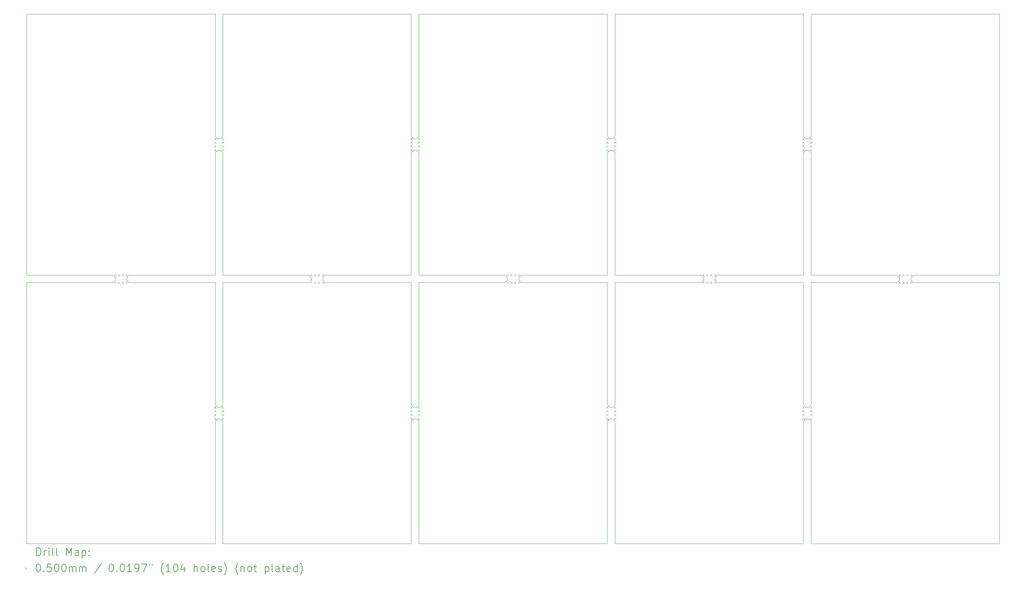
<source format=gbr>
%TF.GenerationSoftware,KiCad,Pcbnew,7.0.11*%
%TF.CreationDate,2024-10-20T12:39:13+07:00*%
%TF.ProjectId,V3,56332e6b-6963-4616-945f-706362585858,rev?*%
%TF.SameCoordinates,Original*%
%TF.FileFunction,Drillmap*%
%TF.FilePolarity,Positive*%
%FSLAX45Y45*%
G04 Gerber Fmt 4.5, Leading zero omitted, Abs format (unit mm)*
G04 Created by KiCad (PCBNEW 7.0.11) date 2024-10-20 12:39:13*
%MOMM*%
%LPD*%
G01*
G04 APERTURE LIST*
%ADD10C,0.100000*%
%ADD11C,0.200000*%
G04 APERTURE END LIST*
D10*
X12356726Y-12588426D02*
X12360439Y-12591629D01*
X7275448Y-5626150D02*
X7276756Y-5630876D01*
X17336010Y-12595010D02*
X17339561Y-12591629D01*
X9966910Y-9008580D02*
X9962126Y-9007506D01*
X12360439Y-5229371D02*
X12356726Y-5232574D01*
X19813500Y-8910401D02*
X19813500Y-8910599D01*
X22612645Y-5193580D02*
X22610658Y-5198063D01*
X12367371Y-12598561D02*
X12370574Y-12602274D01*
X9886500Y-8910401D02*
X9886620Y-8905498D01*
X9486599Y-8810500D02*
X9491502Y-8810620D01*
X9576909Y-8867687D02*
X9578896Y-8872170D01*
X17363937Y-5245659D02*
X17359557Y-5243454D01*
X22618330Y-5635660D02*
X22619169Y-5640492D01*
X19760693Y-8822296D02*
X19764959Y-8824713D01*
X25271398Y-8827336D02*
X25275541Y-8824713D01*
X12293349Y-12565750D02*
X12298252Y-12565870D01*
X14600099Y-9010500D02*
X12394477Y-9010500D01*
X17372995Y-12571590D02*
X17377651Y-12570052D01*
X17329426Y-12602274D02*
X17332629Y-12598561D01*
X15044398Y-8827336D02*
X15048541Y-8824713D01*
X14680340Y-8850890D02*
X14683164Y-8854899D01*
X17466360Y-12246090D02*
X17462351Y-12248914D01*
X17506750Y-9011727D02*
X17506750Y-12165849D01*
X22619169Y-5640492D02*
X22619769Y-5645358D01*
X20116494Y-8934874D02*
X20115420Y-8930090D01*
X12246057Y-12577546D02*
X12250437Y-12575341D01*
X7277830Y-12185339D02*
X7276756Y-12190124D01*
X17406849Y-5255250D02*
X17406651Y-5255250D01*
X9515599Y-8814802D02*
X9520255Y-8816340D01*
X12202841Y-5198063D02*
X12200854Y-5193580D01*
X9943687Y-9000909D02*
X9939307Y-8998704D01*
X12193731Y-12175642D02*
X12193370Y-12170752D01*
X4382892Y-8810981D02*
X4387758Y-8811581D01*
X9580660Y-8944255D02*
X9578896Y-8948830D01*
X17470226Y-12243074D02*
X17466360Y-12246090D01*
X17311052Y-12636650D02*
X17312590Y-12631995D01*
X7250490Y-12236490D02*
X7246939Y-12239871D01*
X22579860Y-5235590D02*
X22575851Y-5238414D01*
X17318546Y-12212942D02*
X17316341Y-12208563D01*
X22491150Y-12570052D02*
X22495876Y-12568744D01*
X15001919Y-8930090D02*
X15001081Y-8925258D01*
X9586019Y-8900608D02*
X9586380Y-8905498D01*
X20146311Y-8984621D02*
X20142760Y-8981240D01*
X7081669Y-5174840D02*
X7080831Y-5170008D01*
X12293151Y-5555250D02*
X12293349Y-5555250D01*
X4863108Y-9010019D02*
X4858242Y-9009419D01*
X4463409Y-8867687D02*
X4465396Y-8872170D01*
X17314354Y-5193580D02*
X17312590Y-5189005D01*
X12393277Y-9010625D02*
X12393250Y-9011725D01*
X22515248Y-5555370D02*
X22520151Y-5555250D01*
X19773110Y-8830160D02*
X19776976Y-8833176D01*
X17307831Y-5640492D02*
X17308670Y-5635660D01*
X22567442Y-5567046D02*
X22571709Y-5569463D01*
X22420731Y-12655858D02*
X22421331Y-12650992D01*
X7120140Y-5235590D02*
X7116274Y-5232574D01*
X7279750Y-5155349D02*
X7279630Y-5160252D01*
X4467160Y-8876745D02*
X4468698Y-8881401D01*
X12233640Y-5235590D02*
X12229774Y-5232574D01*
X19787621Y-8843311D02*
X19790824Y-8847024D01*
X24882601Y-8993664D02*
X24878459Y-8996287D01*
X12392769Y-5645358D02*
X12393130Y-5650248D01*
X14683164Y-8966101D02*
X14680340Y-8970110D01*
X4843901Y-9006198D02*
X4839245Y-9004660D01*
X12237648Y-5572086D02*
X12241791Y-5569463D01*
X7280977Y-8810500D02*
X9486599Y-8810500D01*
X9952745Y-9004660D02*
X9948170Y-9002896D01*
X25312242Y-9009419D02*
X25307410Y-9008580D01*
X22442926Y-12229226D02*
X22439909Y-12225360D01*
X9515599Y-9006198D02*
X9510874Y-9007506D01*
X7079750Y-12665651D02*
X7079870Y-12660748D01*
X17494954Y-5608057D02*
X17497159Y-5612437D01*
X4461204Y-8957693D02*
X4458787Y-8961959D01*
X19747255Y-8816340D02*
X19751830Y-8818104D01*
X19793840Y-8850890D02*
X19796664Y-8854899D01*
X22437086Y-12221351D02*
X22434463Y-12217209D01*
X15040390Y-8830160D02*
X15044398Y-8827336D01*
X17306870Y-12660748D02*
X17307231Y-12655858D01*
X7174748Y-12565870D02*
X7179651Y-12565750D01*
X12391330Y-5174840D02*
X12390256Y-5179624D01*
X17500910Y-5189005D02*
X17499146Y-5193580D01*
X9935041Y-8824713D02*
X9939307Y-8822296D01*
X12205046Y-12618557D02*
X12207463Y-12614291D01*
X4458787Y-8961959D02*
X4456164Y-8966101D01*
X19813380Y-8915502D02*
X19813019Y-8920392D01*
X14694160Y-8944255D02*
X14692395Y-8948830D01*
X17466360Y-12585409D02*
X17470226Y-12588426D01*
X24841758Y-9009419D02*
X24836892Y-9010019D01*
X7194508Y-5556331D02*
X7199339Y-5557170D01*
X14695698Y-8939599D02*
X14694160Y-8944255D01*
X7089341Y-12622937D02*
X7091546Y-12618557D01*
X22421331Y-12650992D02*
X22422169Y-12646160D01*
X7174748Y-5255130D02*
X7169858Y-5254769D01*
X17458209Y-5241037D02*
X17453943Y-5243454D01*
X2166250Y-15819775D02*
X2166277Y-15820875D01*
X19813380Y-8905498D02*
X19813500Y-8910401D01*
X22620250Y-9011727D02*
X22620250Y-12165849D01*
X7109010Y-12236490D02*
X7105629Y-12232939D01*
X17449563Y-5245659D02*
X17445080Y-5247646D01*
X22619769Y-12175642D02*
X22619169Y-12180508D01*
X17312590Y-12199505D02*
X17311052Y-12194849D01*
X7184752Y-5255130D02*
X7179849Y-5255250D01*
X9506090Y-8812420D02*
X9510874Y-8813494D01*
X22594371Y-5222439D02*
X22590990Y-5225990D01*
X4839245Y-9004660D02*
X4834670Y-9002896D01*
X7235351Y-5572086D02*
X7239360Y-5574910D01*
X20125296Y-8957693D02*
X20123091Y-8953313D01*
X7213505Y-12571590D02*
X7218080Y-12573354D01*
X4424459Y-8824713D02*
X4428601Y-8827336D01*
X12254920Y-5247646D02*
X12250437Y-5245659D01*
X22594371Y-12232939D02*
X22590990Y-12236490D01*
X4432610Y-8830160D02*
X4436476Y-8833176D01*
X24860755Y-8816340D02*
X24865330Y-8818104D01*
X25259811Y-8836379D02*
X25263524Y-8833176D01*
X12200854Y-12627420D02*
X12202841Y-12622937D01*
X22420223Y-8810375D02*
X22420250Y-8809275D01*
X17477490Y-12595010D02*
X17480871Y-12598561D01*
X9582198Y-8881401D02*
X9583506Y-8886126D01*
X4440189Y-8836379D02*
X4443740Y-8839760D01*
X4775994Y-8934874D02*
X4774920Y-8930090D01*
X12387410Y-12199505D02*
X12385645Y-12204080D01*
X22453061Y-12591629D02*
X22456774Y-12588426D01*
X12293151Y-12565750D02*
X12293349Y-12565750D01*
X14698080Y-8930090D02*
X14697006Y-8934874D01*
X9948170Y-9002896D02*
X9943687Y-9000909D01*
X12197552Y-12636650D02*
X12199090Y-12631995D01*
X7089341Y-5198063D02*
X7087354Y-5193580D01*
X17316341Y-12208563D02*
X17314354Y-12204080D01*
X15004302Y-8939599D02*
X15002994Y-8934874D01*
X22420370Y-5160252D02*
X22420250Y-5155349D01*
X12373590Y-12225360D02*
X12370574Y-12229226D01*
X2166250Y-9011727D02*
X2166250Y-15819773D01*
X7079625Y-2000027D02*
X7078525Y-2000000D01*
X7246939Y-12239871D02*
X7243226Y-12243074D01*
X12226061Y-5229371D02*
X12222510Y-5225990D01*
X25228081Y-8925258D02*
X25227481Y-8920392D01*
X17308670Y-5635660D02*
X17309744Y-5630876D01*
X14697006Y-8934874D02*
X14695698Y-8939599D01*
X22608454Y-12212942D02*
X22606037Y-12217209D01*
X12193731Y-5645358D02*
X12194331Y-5640492D01*
X9886981Y-8920392D02*
X9886620Y-8915502D01*
X17506269Y-12655858D02*
X17506630Y-12660748D01*
X22437086Y-5210851D02*
X22434463Y-5206709D01*
X7141420Y-12573354D02*
X7145995Y-12571590D01*
X4853410Y-9008580D02*
X4848626Y-9007506D01*
X7087354Y-5193580D02*
X7085590Y-5189005D01*
X22477437Y-12575341D02*
X22481920Y-12573354D01*
X12331580Y-5562854D02*
X12336063Y-5564841D01*
X22510358Y-12566231D02*
X22515248Y-12565870D01*
X25228919Y-8930090D02*
X25228081Y-8925258D01*
X12283358Y-12566231D02*
X12288248Y-12565870D01*
X17336010Y-5584510D02*
X17339561Y-5581129D01*
X17449563Y-5564841D02*
X17453943Y-5567046D01*
X17502448Y-5184349D02*
X17500910Y-5189005D01*
X12288248Y-5255130D02*
X12283358Y-5254769D01*
X22608454Y-5608057D02*
X22610658Y-5612437D01*
X12192023Y-9010500D02*
X9986401Y-9010500D01*
X4805811Y-8836379D02*
X4809524Y-8833176D01*
X7085590Y-12199505D02*
X7084052Y-12194849D01*
X7084052Y-12636650D02*
X7085590Y-12631995D01*
X22520349Y-5255250D02*
X22520151Y-5255250D01*
X27532523Y-9010500D02*
X25326901Y-9010500D01*
X22468791Y-5241037D02*
X22464648Y-5238414D01*
X7279750Y-9011727D02*
X7279750Y-12165849D01*
X12322349Y-12570052D02*
X12327005Y-12571590D01*
X12317624Y-12568744D02*
X12322349Y-12570052D01*
X4471919Y-8895742D02*
X4472519Y-8900608D01*
X24904324Y-8973976D02*
X24901121Y-8977689D01*
X7079870Y-5160252D02*
X7079750Y-5155349D01*
X4382892Y-9010019D02*
X4378002Y-9010380D01*
X22535008Y-5556331D02*
X22539839Y-5557170D01*
X22432046Y-12212942D02*
X22429841Y-12208563D01*
X17382376Y-5558244D02*
X17387160Y-5557170D01*
X17377651Y-12261448D02*
X17372995Y-12259910D01*
X4467160Y-8944255D02*
X4465396Y-8948830D01*
X4471080Y-8930090D02*
X4470006Y-8934874D01*
X7253871Y-5222439D02*
X7250490Y-5225990D01*
X22535008Y-12264669D02*
X22530142Y-12265269D01*
X22481920Y-5562854D02*
X22486495Y-5561090D01*
X12193223Y-15820875D02*
X12193250Y-15819775D01*
X14638330Y-9002896D02*
X14633755Y-9004660D01*
X7275448Y-12636650D02*
X7276756Y-12641376D01*
X7218080Y-12573354D02*
X7222563Y-12575341D01*
X22421331Y-12180508D02*
X22420731Y-12175642D01*
X17306750Y-9011725D02*
X17306723Y-9010625D01*
X22603414Y-5599648D02*
X22606037Y-5603791D01*
X7087354Y-12204080D02*
X7085590Y-12199505D01*
X17406651Y-12265750D02*
X17401748Y-12265630D01*
X22486495Y-5561090D02*
X22491150Y-5559552D01*
X17406651Y-5255250D02*
X17401748Y-5255130D01*
X7084052Y-5626150D02*
X7085590Y-5621495D01*
X25267390Y-8990840D02*
X25263524Y-8987824D01*
X7239360Y-5574910D02*
X7243226Y-5577926D01*
X25238796Y-8957693D02*
X25236591Y-8953313D01*
X12264150Y-12570052D02*
X12268876Y-12568744D01*
X17462351Y-12248914D02*
X17458209Y-12251537D01*
X17449563Y-12256158D02*
X17445080Y-12258145D01*
X22420250Y-9011725D02*
X22420223Y-9010625D01*
X17351149Y-5238414D02*
X17347140Y-5235590D01*
X17336010Y-12236490D02*
X17332629Y-12232939D01*
X4780604Y-8872170D02*
X4782591Y-8867687D01*
X9580660Y-8876745D02*
X9582198Y-8881401D01*
X4447121Y-8977689D02*
X4443740Y-8981240D01*
X12278492Y-12264669D02*
X12273660Y-12263830D01*
X4863108Y-8810981D02*
X4867998Y-8810620D01*
X25307410Y-8812420D02*
X25312242Y-8811581D01*
X17421508Y-12264669D02*
X17416642Y-12265269D01*
X22434463Y-5206709D02*
X22432046Y-5202443D01*
X4470006Y-8886126D02*
X4471080Y-8890910D01*
X7120140Y-12246090D02*
X7116274Y-12243074D01*
X7239360Y-12246090D02*
X7235351Y-12248914D01*
X12379037Y-12217209D02*
X12376414Y-12221351D01*
X7273910Y-12631995D02*
X7275448Y-12636650D01*
X22446129Y-12232939D02*
X22442926Y-12229226D01*
X24907340Y-8850890D02*
X24910164Y-8854899D01*
X25297900Y-8814802D02*
X25302626Y-8813494D01*
X22590990Y-12236490D02*
X22587439Y-12239871D01*
X17406849Y-5555250D02*
X17411752Y-5555370D01*
X17426340Y-5253330D02*
X17421508Y-5254169D01*
X20175170Y-8818104D02*
X20179745Y-8816340D01*
X7099409Y-12225360D02*
X7096586Y-12221351D01*
X22549349Y-5559552D02*
X22554005Y-5561090D01*
X17339561Y-5581129D02*
X17343274Y-5577926D01*
X9948170Y-8818104D02*
X9952745Y-8816340D01*
X12202841Y-12208563D02*
X12200854Y-12204080D01*
X7218080Y-5247646D02*
X7213505Y-5249410D01*
X17480871Y-12232939D02*
X17477490Y-12236490D01*
X17489914Y-12221351D02*
X17487090Y-12225360D01*
X17502448Y-12636650D02*
X17503756Y-12641376D01*
X15066245Y-8816340D02*
X15070900Y-8814802D01*
X7239360Y-12585409D02*
X7243226Y-12588426D01*
X12268876Y-5252256D02*
X12264150Y-5250948D01*
X9557240Y-8981240D02*
X9553689Y-8984621D01*
X12379037Y-12614291D02*
X12381454Y-12618557D01*
X7099409Y-12606140D02*
X7102426Y-12602274D01*
X7145995Y-12259910D02*
X7141420Y-12258145D01*
X24922698Y-8881401D02*
X24924006Y-8886126D01*
X4867998Y-8810620D02*
X4872901Y-8810500D01*
X4472519Y-8920392D02*
X4471919Y-8925258D01*
X27533625Y-2000027D02*
X27532525Y-2000000D01*
X12393250Y-12665651D02*
X12393250Y-15819773D01*
X17421508Y-5556331D02*
X17426340Y-5557170D01*
X12205046Y-5202443D02*
X12202841Y-5198063D01*
X12215926Y-12229226D02*
X12212909Y-12225360D01*
X25263524Y-8987824D02*
X25259811Y-8984621D01*
X15000120Y-8915502D02*
X15000000Y-8910599D01*
X22427854Y-5616920D02*
X22429841Y-5612437D01*
X15000481Y-8900608D02*
X15001081Y-8895742D01*
X9892340Y-8944255D02*
X9890802Y-8939599D01*
X17326410Y-5595640D02*
X17329426Y-5591774D01*
X12207463Y-5603791D02*
X12210086Y-5599648D01*
X7141420Y-5247646D02*
X7136937Y-5245659D01*
X27532525Y-8810500D02*
X27533625Y-8810473D01*
X12312839Y-12263830D02*
X12308008Y-12264669D01*
X12215926Y-12602274D02*
X12219129Y-12598561D01*
X12194331Y-5640492D02*
X12195169Y-5635660D01*
X17494954Y-12618557D02*
X17497159Y-12622937D01*
X4782591Y-8867687D02*
X4784796Y-8863307D01*
X15032811Y-8984621D02*
X15029260Y-8981240D01*
X17500910Y-12199505D02*
X17499146Y-12204080D01*
X7080231Y-5645358D02*
X7080831Y-5640492D01*
X22583726Y-12588426D02*
X22587439Y-12591629D01*
X24894189Y-8984621D02*
X24890476Y-8987824D01*
X22423244Y-5179624D02*
X22422169Y-5174840D01*
X17492537Y-12614291D02*
X17494954Y-12618557D01*
X9923024Y-8987824D02*
X9919311Y-8984621D01*
X7132557Y-12253954D02*
X7128291Y-12251537D01*
X17372995Y-5561090D02*
X17377651Y-5559552D01*
X17401748Y-5255130D02*
X17396858Y-5254769D01*
X19807660Y-8876745D02*
X19809198Y-8881401D01*
X12312839Y-5253330D02*
X12308008Y-5254169D01*
X12237648Y-12582586D02*
X12241791Y-12579963D01*
X7243226Y-5577926D02*
X7246939Y-5581129D01*
X22449510Y-12595010D02*
X22453061Y-12591629D01*
X25275541Y-8824713D02*
X25279807Y-8822296D01*
X17368420Y-5247646D02*
X17363937Y-5245659D01*
X22453061Y-12239871D02*
X22449510Y-12236490D01*
X7208849Y-12570052D02*
X7213505Y-12571590D01*
X22420125Y-2000027D02*
X22419025Y-2000000D01*
X12199090Y-12631995D02*
X12200854Y-12627420D01*
X15014213Y-8859041D02*
X15016836Y-8854899D01*
X25284187Y-8820091D02*
X25288670Y-8818104D01*
X12356726Y-12243074D02*
X12352860Y-12246090D01*
X22563063Y-5564841D02*
X22567442Y-5567046D01*
X17507975Y-9010500D02*
X17506875Y-9010527D01*
X15002994Y-8934874D02*
X15001919Y-8930090D01*
X22610658Y-12622937D02*
X22612645Y-12627420D01*
X17506777Y-9010625D02*
X17506750Y-9011725D01*
X22477437Y-5245659D02*
X22473057Y-5243454D01*
X17332629Y-12598561D02*
X17336010Y-12595010D01*
X22608454Y-5202443D02*
X22606037Y-5206709D01*
X7082744Y-5179624D02*
X7081669Y-5174840D01*
X19718502Y-8810620D02*
X19723392Y-8810981D01*
X17497159Y-12622937D02*
X17499146Y-12627420D01*
X22549349Y-12261448D02*
X22544624Y-12262756D01*
X20127713Y-8859041D02*
X20130336Y-8854899D01*
X17323586Y-12610148D02*
X17326410Y-12606140D01*
X25256260Y-8839760D02*
X25259811Y-8836379D01*
X4458787Y-8859041D02*
X4461204Y-8863307D01*
X7208849Y-12261448D02*
X7204124Y-12262756D01*
X17307231Y-5165142D02*
X17306870Y-5160252D01*
X9886500Y-8910599D02*
X9886500Y-8910401D01*
X22520349Y-5555250D02*
X22525252Y-5555370D01*
X9542101Y-8993664D02*
X9537959Y-8996287D01*
X12344709Y-5241037D02*
X12340442Y-5243454D01*
X7243226Y-12243074D02*
X7239360Y-12246090D01*
X12196244Y-5179624D02*
X12195169Y-5174840D01*
X7272145Y-5193580D02*
X7270158Y-5198063D01*
X12202841Y-12622937D02*
X12205046Y-12618557D01*
X12348851Y-5572086D02*
X12352860Y-5574910D01*
X22525252Y-5255130D02*
X22520349Y-5255250D01*
X22446129Y-5222439D02*
X22442926Y-5218726D01*
X22453061Y-5581129D02*
X22456774Y-5577926D01*
X4872901Y-9010500D02*
X4867998Y-9010380D01*
X22515248Y-12565870D02*
X22520151Y-12565750D01*
X22442926Y-5218726D02*
X22439909Y-5214860D01*
X7279750Y-5655151D02*
X7279750Y-8809273D01*
X17503756Y-5179624D02*
X17502448Y-5184349D01*
X15044398Y-8993664D02*
X15040390Y-8990840D01*
X2166250Y-8809275D02*
X2166277Y-8810375D01*
X17320963Y-12614291D02*
X17323586Y-12610148D01*
X24832002Y-9010380D02*
X24827099Y-9010500D01*
X12233640Y-12585409D02*
X12237648Y-12582586D01*
X9569664Y-8966101D02*
X9566840Y-8970110D01*
X25321998Y-8810620D02*
X25326901Y-8810500D01*
X25231302Y-8881401D02*
X25232840Y-8876745D01*
X24926880Y-8915502D02*
X24926519Y-8920392D01*
X9886620Y-8905498D02*
X9886981Y-8900608D01*
X12367371Y-12232939D02*
X12363990Y-12236490D01*
X7078523Y-2000000D02*
X2167477Y-2000000D01*
X22491150Y-5250948D02*
X22486495Y-5249410D01*
X19813019Y-8900608D02*
X19813380Y-8905498D01*
X12379037Y-5603791D02*
X12381454Y-5608057D01*
X4843901Y-8814802D02*
X4848626Y-8813494D01*
X22460640Y-12585409D02*
X22464648Y-12582586D01*
X12226061Y-12591629D02*
X12229774Y-12588426D01*
X25288670Y-9002896D02*
X25284187Y-9000909D01*
X7102426Y-5591774D02*
X7105629Y-5588061D01*
X19801704Y-8957693D02*
X19799287Y-8961959D01*
X9888420Y-8890910D02*
X9889494Y-8886126D01*
X4443740Y-8839760D02*
X4447121Y-8843311D01*
X17494954Y-5202443D02*
X17492537Y-5206709D01*
X7194508Y-5254169D02*
X7189642Y-5254769D01*
X22426090Y-12199505D02*
X22424552Y-12194849D01*
X7082744Y-5630876D02*
X7084052Y-5626150D01*
X14699519Y-8900608D02*
X14699880Y-8905498D01*
X9896091Y-8953313D02*
X9894104Y-8948830D01*
X12392169Y-5640492D02*
X12392769Y-5645358D01*
X24927000Y-8910401D02*
X24927000Y-8910599D01*
X20133160Y-8970110D02*
X20130336Y-8966101D01*
X25227000Y-8910599D02*
X25227000Y-8910401D01*
X14690408Y-8867687D02*
X14692395Y-8872170D01*
X17497159Y-5612437D02*
X17499146Y-5616920D01*
X17347140Y-12246090D02*
X17343274Y-12243074D01*
X7278669Y-12650992D02*
X7279269Y-12655858D01*
X20142760Y-8981240D02*
X20139379Y-8977689D01*
X9971742Y-8811581D02*
X9976608Y-8810981D01*
X9583506Y-8886126D02*
X9584580Y-8890910D01*
X9962126Y-9007506D02*
X9957401Y-9006198D01*
X12205046Y-5608057D02*
X12207463Y-5603791D01*
X25228919Y-8890910D02*
X25229994Y-8886126D01*
X17387160Y-12263830D02*
X17382376Y-12262756D01*
X9976608Y-9010019D02*
X9971742Y-9009419D01*
X22620250Y-15819775D02*
X22620277Y-15820875D01*
X9923024Y-8833176D02*
X9926890Y-8830160D01*
X4465396Y-8872170D02*
X4467160Y-8876745D01*
X9563824Y-8973976D02*
X9560621Y-8977689D01*
X17305523Y-2000000D02*
X12394477Y-2000000D01*
X20142760Y-8839760D02*
X20146311Y-8836379D01*
X4432610Y-8990840D02*
X4428601Y-8993664D01*
X22587439Y-5229371D02*
X22583726Y-5232574D01*
X4774081Y-8895742D02*
X4774920Y-8890910D01*
X12352860Y-12585409D02*
X12356726Y-12588426D01*
X12383658Y-12622937D02*
X12385645Y-12627420D01*
X17462351Y-5238414D02*
X17458209Y-5241037D01*
X7150650Y-12570052D02*
X7155376Y-12568744D01*
X12283358Y-5555731D02*
X12288248Y-5555370D01*
X14699880Y-8915502D02*
X14699519Y-8920392D01*
X4450324Y-8847024D02*
X4453340Y-8850890D01*
X12250437Y-5245659D02*
X12246057Y-5243454D01*
X24846589Y-8812420D02*
X24851374Y-8813494D01*
X4813390Y-8990840D02*
X4809524Y-8987824D01*
X24827099Y-9010500D02*
X22621477Y-9010500D01*
X22500660Y-12567669D02*
X22505492Y-12566831D01*
X15032811Y-8836379D02*
X15036524Y-8833176D01*
X17484074Y-5218726D02*
X17480871Y-5222439D01*
X7250490Y-5225990D02*
X7246939Y-5229371D01*
X22621475Y-9010500D02*
X22620374Y-9010527D01*
X22426090Y-12631995D02*
X22427854Y-12627420D01*
X22505492Y-12566831D02*
X22510358Y-12566231D01*
X12356726Y-5577926D02*
X12360439Y-5581129D01*
X4774920Y-8890910D02*
X4775994Y-8886126D01*
X14655601Y-8827336D02*
X14659610Y-8830160D01*
X14667189Y-8984621D02*
X14663476Y-8987824D01*
X12392769Y-12655858D02*
X12393130Y-12660748D01*
X22603414Y-12610148D02*
X22606037Y-12614291D01*
X4817399Y-8993664D02*
X4813390Y-8990840D01*
X17401748Y-12565870D02*
X17406651Y-12565750D01*
X17502448Y-12194849D02*
X17500910Y-12199505D01*
X4773120Y-8915502D02*
X4773000Y-8910599D01*
X9506090Y-9008580D02*
X9501258Y-9009419D01*
X7235351Y-12582586D02*
X7239360Y-12585409D01*
X17309744Y-5630876D02*
X17311052Y-5626150D01*
X22486495Y-5249410D02*
X22481920Y-5247646D01*
X12393250Y-8809275D02*
X12393277Y-8810375D01*
X7218080Y-12258145D02*
X7213505Y-12259910D01*
X4387758Y-8811581D02*
X4392590Y-8812420D01*
X24878459Y-8824713D02*
X24882601Y-8827336D01*
X7277830Y-12646160D02*
X7278669Y-12650992D01*
X7184752Y-12565870D02*
X7189642Y-12566231D01*
X17306750Y-8809273D02*
X17306750Y-5655151D01*
X9943687Y-8820091D02*
X9948170Y-8818104D01*
X7174748Y-12265630D02*
X7169858Y-12265269D01*
X17440505Y-5561090D02*
X17445080Y-5562854D01*
X22575851Y-12248914D02*
X22571709Y-12251537D01*
X19713599Y-9010500D02*
X17507977Y-9010500D01*
X24841758Y-8811581D02*
X24846589Y-8812420D01*
X20162041Y-8996287D02*
X20157899Y-8993664D01*
X2167477Y-8810500D02*
X4373099Y-8810500D01*
X22439909Y-12606140D02*
X22442926Y-12602274D01*
X12229774Y-12243074D02*
X12226061Y-12239871D01*
X12393277Y-2000124D02*
X12393250Y-2001225D01*
X9560621Y-8843311D02*
X9563824Y-8847024D01*
X12200854Y-5193580D02*
X12199090Y-5189005D01*
X7278669Y-5640492D02*
X7279269Y-5645358D01*
X14619589Y-8812420D02*
X14624374Y-8813494D01*
X7279269Y-12175642D02*
X7278669Y-12180508D01*
X22468791Y-5569463D02*
X22473057Y-5567046D01*
X25243836Y-8854899D02*
X25246659Y-8850890D01*
X4468698Y-8881401D02*
X4470006Y-8886126D01*
X22549349Y-12570052D02*
X22554005Y-12571590D01*
X7112561Y-12239871D02*
X7109010Y-12236490D01*
X7096586Y-12610148D02*
X7099409Y-12606140D01*
X12376414Y-12610148D02*
X12379037Y-12614291D01*
X22597574Y-5591774D02*
X22600590Y-5595640D01*
X14624374Y-8813494D02*
X14629099Y-8814802D01*
X17440505Y-5249410D02*
X17435849Y-5250948D01*
X12259495Y-5561090D02*
X12264150Y-5559552D01*
X22610658Y-12208563D02*
X22608454Y-12212942D01*
X9566840Y-8970110D02*
X9563824Y-8973976D01*
X17506750Y-2001227D02*
X17506750Y-5155349D01*
X7213505Y-12259910D02*
X7208849Y-12261448D01*
X22446129Y-12598561D02*
X22449510Y-12595010D01*
X9887581Y-8895742D02*
X9888420Y-8890910D01*
X7272145Y-12627420D02*
X7273910Y-12631995D01*
X15075626Y-9007506D02*
X15070900Y-9006198D01*
X19769101Y-8993664D02*
X19764959Y-8996287D01*
X12322349Y-5559552D02*
X12327005Y-5561090D01*
X17309744Y-5179624D02*
X17308670Y-5174840D01*
X19799287Y-8961959D02*
X19796664Y-8966101D01*
X7091546Y-5202443D02*
X7089341Y-5198063D01*
X22464648Y-12582586D02*
X22468791Y-12579963D01*
X9569664Y-8854899D02*
X9572287Y-8859041D01*
X20119340Y-8876745D02*
X20121104Y-8872170D01*
X17453943Y-5243454D02*
X17449563Y-5245659D01*
X17477490Y-12236490D02*
X17473939Y-12239871D01*
X17426340Y-12567669D02*
X17431124Y-12568744D01*
X7096586Y-5210851D02*
X7093963Y-5206709D01*
X9553689Y-8984621D02*
X9549976Y-8987824D01*
X22477437Y-12256158D02*
X22473057Y-12253954D01*
X17307231Y-12175642D02*
X17306870Y-12170752D01*
X22539839Y-12567669D02*
X22544624Y-12568744D01*
X19807660Y-8944255D02*
X19805896Y-8948830D01*
X4397374Y-8813494D02*
X4402099Y-8814802D01*
X7270158Y-12208563D02*
X7267954Y-12212942D01*
X12363990Y-5584510D02*
X12367371Y-5588061D01*
X25284187Y-9000909D02*
X25279807Y-8998704D01*
X12393250Y-5155349D02*
X12393130Y-5160252D01*
X9557240Y-8839760D02*
X9560621Y-8843311D01*
X17435849Y-12570052D02*
X17440505Y-12571590D01*
X9524830Y-9002896D02*
X9520255Y-9004660D01*
X12327005Y-5249410D02*
X12322349Y-5250948D01*
X12273660Y-5557170D02*
X12278492Y-5556331D01*
X17311052Y-12194849D02*
X17309744Y-12190124D01*
X22579860Y-5574910D02*
X22583726Y-5577926D01*
X17306750Y-5655151D02*
X17306870Y-5650248D01*
X17406849Y-12565750D02*
X17411752Y-12565870D01*
X19780689Y-8836379D02*
X19784240Y-8839760D01*
X12317624Y-5558244D02*
X12322349Y-5559552D01*
X14690408Y-8953313D02*
X14688204Y-8957693D01*
X9586380Y-8905498D02*
X9586500Y-8910401D01*
X12303142Y-5254769D02*
X12298252Y-5255130D01*
X14659610Y-8990840D02*
X14655601Y-8993664D01*
X4774081Y-8925258D02*
X4773481Y-8920392D01*
X4795676Y-8973976D02*
X4792660Y-8970110D01*
X9919311Y-8836379D02*
X9923024Y-8833176D01*
X17305525Y-8810500D02*
X17306625Y-8810473D01*
X7124148Y-12582586D02*
X7128291Y-12579963D01*
X12327005Y-12571590D02*
X12331580Y-12573354D01*
X9529313Y-8820091D02*
X9533693Y-8822296D01*
X22554005Y-12259910D02*
X22549349Y-12261448D01*
X7160160Y-12567669D02*
X7164992Y-12566831D01*
X22510358Y-5254769D02*
X22505492Y-5254169D01*
X17470226Y-5577926D02*
X17473939Y-5581129D01*
X19723392Y-8810981D02*
X19728258Y-8811581D01*
X7081669Y-12185339D02*
X7080831Y-12180508D01*
X12194331Y-12180508D02*
X12193731Y-12175642D01*
X14694160Y-8876745D02*
X14695698Y-8881401D01*
X22464648Y-5572086D02*
X22468791Y-5569463D01*
X4834670Y-9002896D02*
X4830187Y-9000909D01*
X7102426Y-12602274D02*
X7105629Y-12598561D01*
X9584580Y-8890910D02*
X9585419Y-8895742D01*
X12264150Y-5559552D02*
X12268876Y-5558244D01*
X22614410Y-12631995D02*
X22615948Y-12636650D01*
X17406651Y-5555250D02*
X17406849Y-5555250D01*
X9894104Y-8948830D02*
X9892340Y-8944255D01*
X25241213Y-8961959D02*
X25238796Y-8957693D01*
X22594371Y-5588061D02*
X22597574Y-5591774D01*
X15036524Y-8833176D02*
X15040390Y-8830160D01*
X12373590Y-12606140D02*
X12376414Y-12610148D01*
X15002994Y-8886126D02*
X15004302Y-8881401D01*
X20198742Y-8811581D02*
X20203608Y-8810981D01*
X15005840Y-8944255D02*
X15004302Y-8939599D01*
X12303142Y-12265269D02*
X12298252Y-12265630D01*
X7120140Y-5574910D02*
X7124148Y-5572086D01*
X12356726Y-5232574D02*
X12352860Y-5235590D01*
X9939307Y-8822296D02*
X9943687Y-8820091D01*
X17343274Y-12243074D02*
X17339561Y-12239871D01*
X7253871Y-12598561D02*
X7257074Y-12602274D01*
X14670740Y-8839760D02*
X14674121Y-8843311D01*
X12254920Y-12258145D02*
X12250437Y-12256158D01*
X20113981Y-8920392D02*
X20113620Y-8915502D01*
X17506630Y-12660748D02*
X17506750Y-12665651D01*
X4848626Y-9007506D02*
X4843901Y-9006198D01*
X12193250Y-8809273D02*
X12193250Y-5655151D01*
X22620250Y-2001227D02*
X22620250Y-5155349D01*
X7273910Y-5621495D02*
X7275448Y-5626150D01*
X9566840Y-8850890D02*
X9569664Y-8854899D01*
X4802260Y-8839760D02*
X4805811Y-8836379D01*
X9583506Y-8934874D02*
X9582198Y-8939599D01*
X4402099Y-8814802D02*
X4406755Y-8816340D01*
X9915760Y-8839760D02*
X9919311Y-8836379D01*
X19809198Y-8939599D02*
X19807660Y-8944255D01*
X12229774Y-12588426D02*
X12233640Y-12585409D01*
X17326410Y-12606140D02*
X17329426Y-12602274D01*
X20179745Y-8816340D02*
X20184401Y-8814802D01*
X22491150Y-5559552D02*
X22495876Y-5558244D01*
X24910164Y-8966101D02*
X24907340Y-8970110D01*
X22421331Y-5170008D02*
X22420731Y-5165142D01*
X15019659Y-8850890D02*
X15022676Y-8847024D01*
X12390256Y-12190124D02*
X12388948Y-12194849D01*
X4397374Y-9007506D02*
X4392590Y-9008580D01*
X4424459Y-8996287D02*
X4420193Y-8998704D01*
X7078525Y-8810500D02*
X7079625Y-8810473D01*
X7109010Y-5584510D02*
X7112561Y-5581129D01*
X12381454Y-5608057D02*
X12383658Y-5612437D01*
X17359557Y-12253954D02*
X17355291Y-12251537D01*
X17494954Y-12212942D02*
X17492537Y-12217209D01*
X24894189Y-8836379D02*
X24897740Y-8839760D01*
X15016836Y-8854899D02*
X15019659Y-8850890D01*
X22579860Y-12585409D02*
X22583726Y-12588426D01*
X9549976Y-8833176D02*
X9553689Y-8836379D01*
X19776976Y-8833176D02*
X19780689Y-8836379D01*
X25326901Y-8810500D02*
X27532523Y-8810500D01*
X24925080Y-8890910D02*
X24925919Y-8895742D01*
X17306750Y-12665651D02*
X17306870Y-12660748D01*
X17416642Y-5254769D02*
X17411752Y-5255130D01*
X17406651Y-12565750D02*
X17406849Y-12565750D01*
X4473000Y-8910599D02*
X4472880Y-8915502D01*
X12241791Y-5241037D02*
X12237648Y-5238414D01*
X17453943Y-5567046D02*
X17458209Y-5569463D01*
X12393130Y-5160252D02*
X12392769Y-5165142D01*
X12392769Y-12175642D02*
X12392169Y-12180508D01*
X7189642Y-12566231D02*
X7194508Y-12566831D01*
X7150650Y-12261448D02*
X7145995Y-12259910D01*
X17314354Y-5616920D02*
X17316341Y-5612437D01*
X7226942Y-5567046D02*
X7231209Y-5569463D01*
X14677324Y-8847024D02*
X14680340Y-8850890D01*
X20157899Y-8993664D02*
X20153890Y-8990840D01*
X4813390Y-8830160D02*
X4817399Y-8827336D01*
X12352860Y-5235590D02*
X12348851Y-5238414D01*
X22505492Y-5254169D02*
X22500660Y-5253330D01*
X15007604Y-8872170D02*
X15009591Y-8867687D01*
X7145995Y-5249410D02*
X7141420Y-5247646D01*
X9915760Y-8981240D02*
X9912379Y-8977689D01*
X17506750Y-12665651D02*
X17506750Y-15819773D01*
X9889494Y-8934874D02*
X9888420Y-8930090D01*
X7189642Y-5254769D02*
X7184752Y-5255130D01*
X20113981Y-8900608D02*
X20114581Y-8895742D01*
X7270158Y-5198063D02*
X7267954Y-5202443D01*
X17445080Y-12258145D02*
X17440505Y-12259910D01*
X15005840Y-8876745D02*
X15007604Y-8872170D01*
X17440505Y-12571590D02*
X17445080Y-12573354D01*
X9888420Y-8930090D02*
X9887581Y-8925258D01*
X15094998Y-8810620D02*
X15099901Y-8810500D01*
X20189126Y-8813494D02*
X20193910Y-8812420D01*
X17506750Y-15819775D02*
X17506777Y-15820875D01*
X22481920Y-12573354D02*
X22486495Y-12571590D01*
X19796664Y-8966101D02*
X19793840Y-8970110D01*
X19728258Y-9009419D02*
X19723392Y-9010019D01*
X24832002Y-8810620D02*
X24836892Y-8810981D01*
X25326901Y-9010500D02*
X25321998Y-9010380D01*
X22460640Y-5574910D02*
X22464648Y-5572086D01*
X20136176Y-8847024D02*
X20139379Y-8843311D01*
X4830187Y-9000909D02*
X4825807Y-8998704D01*
X14692395Y-8948830D02*
X14690408Y-8953313D01*
X7089341Y-12208563D02*
X7087354Y-12204080D01*
X24919395Y-8948830D02*
X24917408Y-8953313D01*
X17506630Y-5650248D02*
X17506750Y-5655151D01*
X12192025Y-15821000D02*
X12193125Y-15820973D01*
X12268876Y-12568744D02*
X12273660Y-12567669D01*
X24869813Y-8820091D02*
X24874192Y-8822296D01*
X7246939Y-5229371D02*
X7243226Y-5232574D01*
X17355291Y-12579963D02*
X17359557Y-12577546D01*
X7080231Y-12175642D02*
X7079870Y-12170752D01*
X17307831Y-12180508D02*
X17307231Y-12175642D01*
X22571709Y-12579963D02*
X22575851Y-12582586D01*
X9986401Y-8810500D02*
X12192023Y-8810500D01*
X9560621Y-8977689D02*
X9557240Y-8981240D01*
X22617256Y-12190124D02*
X22615948Y-12194849D01*
X22571709Y-5241037D02*
X22567442Y-5243454D01*
X17368420Y-12258145D02*
X17363937Y-12256158D01*
X12379037Y-5206709D02*
X12376414Y-5210851D01*
X12278492Y-5254169D02*
X12273660Y-5253330D01*
X7246939Y-5581129D02*
X7250490Y-5584510D01*
X25293245Y-8816340D02*
X25297900Y-8814802D01*
X9574704Y-8863307D02*
X9576909Y-8867687D01*
X14619589Y-9008580D02*
X14614758Y-9009419D01*
X22600590Y-12225360D02*
X22597574Y-12229226D01*
X17382376Y-12262756D02*
X17377651Y-12261448D01*
X7277830Y-5635660D02*
X7278669Y-5640492D01*
X9553689Y-8836379D02*
X9557240Y-8839760D01*
X22603414Y-5210851D02*
X22600590Y-5214860D01*
X12308008Y-12264669D02*
X12303142Y-12265269D01*
X7279874Y-8810473D02*
X7280975Y-8810500D01*
X22515248Y-12265630D02*
X22510358Y-12265269D01*
X14633755Y-9004660D02*
X14629099Y-9006198D01*
X22437086Y-12610148D02*
X22439909Y-12606140D01*
X20114581Y-8895742D02*
X20115420Y-8890910D01*
X7189642Y-12265269D02*
X7184752Y-12265630D01*
X22621477Y-15821000D02*
X27532523Y-15821000D01*
X19811580Y-8890910D02*
X19812419Y-8895742D01*
X7204124Y-12568744D02*
X7208849Y-12570052D01*
X7279750Y-2001227D02*
X7279750Y-5155349D01*
X14692395Y-8872170D02*
X14694160Y-8876745D01*
X17396858Y-12566231D02*
X17401748Y-12565870D01*
X12193250Y-5155349D02*
X12193250Y-2001227D01*
X17473939Y-12239871D02*
X17470226Y-12243074D01*
X9578896Y-8948830D02*
X9576909Y-8953313D01*
X12344709Y-12251537D02*
X12340442Y-12253954D01*
X4420193Y-8998704D02*
X4415813Y-9000909D01*
X12259495Y-12571590D02*
X12264150Y-12570052D01*
X22610658Y-5198063D02*
X22608454Y-5202443D01*
X7277830Y-5174840D02*
X7276756Y-5179624D01*
X19799287Y-8859041D02*
X19801704Y-8863307D01*
X7257074Y-5591774D02*
X7260090Y-5595640D01*
X22620374Y-15820973D02*
X22621475Y-15821000D01*
X4373099Y-9010500D02*
X2167477Y-9010500D01*
X12283358Y-12265269D02*
X12278492Y-12264669D01*
X12288248Y-12265630D02*
X12283358Y-12265269D01*
X24921160Y-8944255D02*
X24919395Y-8948830D01*
X22530142Y-12265269D02*
X22525252Y-12265630D01*
X22468791Y-12579963D02*
X22473057Y-12577546D01*
X15000481Y-8920392D02*
X15000120Y-8915502D01*
X12219129Y-5588061D02*
X12222510Y-5584510D01*
X7102426Y-5218726D02*
X7099409Y-5214860D01*
X12340442Y-12253954D02*
X12336063Y-12256158D01*
X19723392Y-9010019D02*
X19718502Y-9010380D01*
X17391992Y-12264669D02*
X17387160Y-12263830D01*
X4415813Y-8820091D02*
X4420193Y-8822296D01*
X17487090Y-5214860D02*
X17484074Y-5218726D01*
X22620130Y-5160252D02*
X22619769Y-5165142D01*
X17440505Y-12259910D02*
X17435849Y-12261448D01*
X25236591Y-8953313D02*
X25234604Y-8948830D01*
X20213401Y-9010500D02*
X20208498Y-9010380D01*
X7081669Y-5635660D02*
X7082744Y-5630876D01*
X22473057Y-12253954D02*
X22468791Y-12251537D01*
X24865330Y-9002896D02*
X24860755Y-9004660D01*
X7079750Y-9011725D02*
X7079723Y-9010625D01*
X15057187Y-9000909D02*
X15052807Y-8998704D01*
X17306870Y-5650248D02*
X17307231Y-5645358D01*
X7279777Y-2000124D02*
X7279750Y-2001225D01*
X22530142Y-5254769D02*
X22525252Y-5255130D01*
X22612645Y-12204080D02*
X22610658Y-12208563D01*
X17355291Y-12251537D02*
X17351149Y-12248914D01*
X25293245Y-9004660D02*
X25288670Y-9002896D01*
X15080410Y-9008580D02*
X15075626Y-9007506D01*
X17504830Y-5174840D02*
X17503756Y-5179624D01*
X7155376Y-12568744D02*
X7160160Y-12567669D01*
X12293151Y-5255250D02*
X12288248Y-5255130D01*
X12393374Y-15820973D02*
X12394475Y-15821000D01*
X9981498Y-9010380D02*
X9976608Y-9010019D01*
X4784796Y-8863307D02*
X4787213Y-8859041D01*
X9900713Y-8961959D02*
X9898296Y-8957693D01*
X12233640Y-12246090D02*
X12229774Y-12243074D01*
X22535008Y-5254169D02*
X22530142Y-5254769D01*
X7087354Y-12627420D02*
X7089341Y-12622937D01*
X22575851Y-12582586D02*
X22579860Y-12585409D01*
X12308008Y-12566831D02*
X12312839Y-12567669D01*
X17421508Y-12566831D02*
X17426340Y-12567669D01*
X17401748Y-12265630D02*
X17396858Y-12265269D01*
X2166375Y-8810473D02*
X2167475Y-8810500D01*
X4428601Y-8827336D02*
X4432610Y-8830160D01*
X12202841Y-5612437D02*
X12205046Y-5608057D01*
X12387410Y-12631995D02*
X12388948Y-12636650D01*
X25246659Y-8970110D02*
X25243836Y-8966101D01*
X4392590Y-9008580D02*
X4387758Y-9009419D01*
X7132557Y-5567046D02*
X7136937Y-5564841D01*
X9962126Y-8813494D02*
X9966910Y-8812420D01*
X9889494Y-8886126D02*
X9890802Y-8881401D01*
X22597574Y-12602274D02*
X22600590Y-12606140D01*
X7204124Y-5558244D02*
X7208849Y-5559552D01*
X20213401Y-8810500D02*
X22419023Y-8810500D01*
X25246659Y-8850890D02*
X25249676Y-8847024D01*
X17500910Y-12631995D02*
X17502448Y-12636650D01*
X17431124Y-12568744D02*
X17435849Y-12570052D01*
X7222563Y-12575341D02*
X7226942Y-12577546D01*
X22420370Y-12660748D02*
X22420731Y-12655858D01*
X12293349Y-5255250D02*
X12293151Y-5255250D01*
X4456164Y-8966101D02*
X4453340Y-8970110D01*
X9524830Y-8818104D02*
X9529313Y-8820091D01*
X20150024Y-8833176D02*
X20153890Y-8830160D01*
X12193370Y-12170752D02*
X12193250Y-12165849D01*
X12193250Y-5655151D02*
X12193370Y-5650248D01*
X20150024Y-8987824D02*
X20146311Y-8984621D01*
X24836892Y-9010019D02*
X24832002Y-9010380D01*
X22456774Y-5232574D02*
X22453061Y-5229371D01*
X17506750Y-5655151D02*
X17506750Y-8809273D01*
X14605002Y-9010380D02*
X14600099Y-9010500D01*
X7105629Y-5588061D02*
X7109010Y-5584510D01*
X20153890Y-8990840D02*
X20150024Y-8987824D01*
X7116274Y-12588426D02*
X7120140Y-12585409D01*
X17406849Y-12265750D02*
X17406651Y-12265750D01*
X7213505Y-5561090D02*
X7218080Y-5562854D01*
X7160160Y-5557170D02*
X7164992Y-5556331D01*
X17339561Y-12591629D02*
X17343274Y-12588426D01*
X7273910Y-5189005D02*
X7272145Y-5193580D01*
X17506875Y-8810473D02*
X17507975Y-8810500D01*
X12195169Y-5635660D02*
X12196244Y-5630876D01*
X12312839Y-12567669D02*
X12317624Y-12568744D01*
X22615948Y-12194849D02*
X22614410Y-12199505D01*
X17382376Y-5252256D02*
X17377651Y-5250948D01*
X22617256Y-12641376D02*
X22618330Y-12646160D01*
X15061670Y-8818104D02*
X15066245Y-8816340D01*
X25241213Y-8859041D02*
X25243836Y-8854899D01*
X22530142Y-12566231D02*
X22535008Y-12566831D01*
X7231209Y-5241037D02*
X7226942Y-5243454D01*
X27532525Y-15821000D02*
X27533625Y-15820973D01*
X25312242Y-8811581D02*
X25317108Y-8810981D01*
X12219129Y-5222439D02*
X12215926Y-5218726D01*
X4792660Y-8850890D02*
X4795676Y-8847024D01*
X7262914Y-5210851D02*
X7260090Y-5214860D01*
X7085590Y-5189005D02*
X7084052Y-5184349D01*
X12197552Y-5184349D02*
X12196244Y-5179624D01*
X17435849Y-5250948D02*
X17431124Y-5252256D01*
X7080831Y-12180508D02*
X7080231Y-12175642D01*
X12278492Y-5556331D02*
X12283358Y-5555731D01*
X4802260Y-8981240D02*
X4798879Y-8977689D01*
X22620277Y-2000124D02*
X22620250Y-2001225D01*
X12298252Y-5555370D02*
X12303142Y-5555731D01*
X7199339Y-12567669D02*
X7204124Y-12568744D01*
X24851374Y-9007506D02*
X24846589Y-9008580D01*
X22427854Y-12204080D02*
X22426090Y-12199505D01*
X24926880Y-8905498D02*
X24927000Y-8910401D01*
X19811580Y-8930090D02*
X19810506Y-8934874D01*
X7096586Y-12221351D02*
X7093963Y-12217209D01*
X22558580Y-12573354D02*
X22563063Y-12575341D01*
X12340442Y-5243454D02*
X12336063Y-5245659D01*
X17487090Y-12606140D02*
X17489914Y-12610148D01*
X7279630Y-12660748D02*
X7279750Y-12665651D01*
X22571709Y-12251537D02*
X22567442Y-12253954D01*
X12237648Y-5238414D02*
X12233640Y-5235590D01*
X14670740Y-8981240D02*
X14667189Y-8984621D01*
X22583726Y-5232574D02*
X22579860Y-5235590D01*
X7160160Y-12263830D02*
X7155376Y-12262756D01*
X25267390Y-8830160D02*
X25271398Y-8827336D01*
X7091546Y-12618557D02*
X7093963Y-12614291D01*
X22473057Y-12577546D02*
X22477437Y-12575341D01*
X7078525Y-15821000D02*
X7079625Y-15820973D01*
X14624374Y-9007506D02*
X14619589Y-9008580D01*
X22420731Y-12175642D02*
X22420370Y-12170752D01*
X7079870Y-12170752D02*
X7079750Y-12165849D01*
X22590990Y-5225990D02*
X22587439Y-5229371D01*
X9533693Y-8822296D02*
X9537959Y-8824713D01*
X7267954Y-5608057D02*
X7270158Y-5612437D01*
X19728258Y-8811581D02*
X19733090Y-8812420D01*
X22434463Y-5603791D02*
X22437086Y-5599648D01*
X20113500Y-8910599D02*
X20113500Y-8910401D01*
X17329426Y-5591774D02*
X17332629Y-5588061D01*
X7132557Y-12577546D02*
X7136937Y-12575341D01*
X17480871Y-12598561D02*
X17484074Y-12602274D01*
X17316341Y-5612437D02*
X17318546Y-5608057D01*
X17320963Y-12217209D02*
X17318546Y-12212942D01*
X7079750Y-2001225D02*
X7079723Y-2000124D01*
X4853410Y-8812420D02*
X4858242Y-8811581D01*
X24836892Y-8810981D02*
X24841758Y-8811581D01*
X12336063Y-12256158D02*
X12331580Y-12258145D01*
X7150650Y-5559552D02*
X7155376Y-5558244D01*
X15048541Y-8996287D02*
X15044398Y-8993664D01*
X17309744Y-12190124D02*
X17308670Y-12185339D01*
X7279269Y-5165142D02*
X7278669Y-5170008D01*
X22439909Y-5214860D02*
X22437086Y-5210851D01*
X22600590Y-12606140D02*
X22603414Y-12610148D01*
X25236591Y-8867687D02*
X25238796Y-8863307D01*
X20166307Y-8822296D02*
X20170687Y-8820091D01*
X9491502Y-8810620D02*
X9496392Y-8810981D01*
X12352860Y-12246090D02*
X12348851Y-12248914D01*
X4436476Y-8833176D02*
X4440189Y-8836379D01*
X12298252Y-12265630D02*
X12293349Y-12265750D01*
X24907340Y-8970110D02*
X24904324Y-8973976D01*
X12278492Y-12566831D02*
X12283358Y-12566231D01*
X7145995Y-12571590D02*
X7150650Y-12570052D01*
X22468791Y-12251537D02*
X22464648Y-12248914D01*
X9585419Y-8925258D02*
X9584580Y-8930090D01*
X12192025Y-8810500D02*
X12193125Y-8810473D01*
X7128291Y-12251537D02*
X7124148Y-12248914D01*
X17306625Y-9010527D02*
X17305525Y-9010500D01*
X7124148Y-5238414D02*
X7120140Y-5235590D01*
X25288670Y-8818104D02*
X25293245Y-8816340D01*
X24924006Y-8886126D02*
X24925080Y-8890910D01*
X7218080Y-5562854D02*
X7222563Y-5564841D01*
X20113620Y-8915502D02*
X20113500Y-8910599D01*
X19809198Y-8881401D02*
X19810506Y-8886126D01*
X17347140Y-12585409D02*
X17351149Y-12582586D01*
X12193370Y-5160252D02*
X12193250Y-5155349D01*
X7145995Y-5561090D02*
X7150650Y-5559552D01*
X15001081Y-8895742D02*
X15001919Y-8890910D01*
X7275448Y-5184349D02*
X7273910Y-5189005D01*
X12336063Y-5245659D02*
X12331580Y-5247646D01*
X24869813Y-9000909D02*
X24865330Y-9002896D01*
X15019659Y-8970110D02*
X15016836Y-8966101D01*
X22571709Y-5569463D02*
X22575851Y-5572086D01*
X9520255Y-8816340D02*
X9524830Y-8818104D01*
X7089341Y-5612437D02*
X7091546Y-5608057D01*
X17466360Y-5235590D02*
X17462351Y-5238414D01*
X12212909Y-5214860D02*
X12210086Y-5210851D01*
X22420125Y-9010527D02*
X22419025Y-9010500D01*
X17387160Y-5253330D02*
X17382376Y-5252256D01*
X22453061Y-5229371D02*
X22449510Y-5225990D01*
X14699880Y-8905498D02*
X14700000Y-8910401D01*
X22423244Y-12641376D02*
X22424552Y-12636650D01*
X7128291Y-5241037D02*
X7124148Y-5238414D01*
X22615948Y-12636650D02*
X22617256Y-12641376D01*
X7260090Y-5214860D02*
X7257074Y-5218726D01*
X19751830Y-8818104D02*
X19756313Y-8820091D01*
X4387758Y-9009419D02*
X4382892Y-9010019D01*
X9486599Y-9010500D02*
X7280977Y-9010500D01*
X17458209Y-12251537D02*
X17453943Y-12253954D01*
X22420250Y-8809273D02*
X22420250Y-5655151D01*
X17505669Y-12650992D02*
X17506269Y-12655858D01*
X17359557Y-5567046D02*
X17363937Y-5564841D01*
X22539839Y-5253330D02*
X22535008Y-5254169D01*
X7276756Y-12641376D02*
X7277830Y-12646160D01*
X9912379Y-8977689D02*
X9909176Y-8973976D01*
X17343274Y-12588426D02*
X17347140Y-12585409D01*
X4780604Y-8948830D02*
X4778840Y-8944255D01*
X14633755Y-8816340D02*
X14638330Y-8818104D01*
X9930899Y-8993664D02*
X9926890Y-8990840D01*
X12352860Y-5574910D02*
X12356726Y-5577926D01*
X12293349Y-5555250D02*
X12298252Y-5555370D01*
X9586500Y-8910599D02*
X9586380Y-8915502D01*
X7105629Y-5222439D02*
X7102426Y-5218726D01*
X20184401Y-9006198D02*
X20179745Y-9004660D01*
X25302626Y-9007506D02*
X25297900Y-9006198D01*
X22449510Y-5584510D02*
X22453061Y-5581129D01*
X17332629Y-5222439D02*
X17329426Y-5218726D01*
X17507977Y-8810500D02*
X19713599Y-8810500D01*
X17314354Y-12627420D02*
X17316341Y-12622937D01*
X25234604Y-8948830D02*
X25232840Y-8944255D01*
X17312590Y-5189005D02*
X17311052Y-5184349D01*
X24919395Y-8872170D02*
X24921160Y-8876745D01*
X4447121Y-8843311D02*
X4450324Y-8847024D01*
X14642813Y-8820091D02*
X14647192Y-8822296D01*
X17506750Y-12165849D02*
X17506630Y-12170752D01*
X12199090Y-5189005D02*
X12197552Y-5184349D01*
X17473939Y-12591629D02*
X17477490Y-12595010D01*
X9890802Y-8939599D02*
X9889494Y-8934874D01*
X4798879Y-8977689D02*
X4795676Y-8973976D01*
X12388948Y-12636650D02*
X12390256Y-12641376D01*
X7279630Y-12170752D02*
X7279269Y-12175642D01*
X2166250Y-2001227D02*
X2166250Y-8809273D01*
X9900713Y-8859041D02*
X9903336Y-8854899D01*
X12254920Y-5562854D02*
X12259495Y-5561090D01*
X17458209Y-12579963D02*
X17462351Y-12582586D01*
X17314354Y-12204080D02*
X17312590Y-12199505D01*
X7105629Y-12598561D02*
X7109010Y-12595010D01*
X12317624Y-12262756D02*
X12312839Y-12263830D01*
X12222510Y-12236490D02*
X12219129Y-12232939D01*
X22544624Y-5558244D02*
X22549349Y-5559552D01*
X22456774Y-12243074D02*
X22453061Y-12239871D01*
X7280975Y-9010500D02*
X7279874Y-9010527D01*
X24901121Y-8977689D02*
X24897740Y-8981240D01*
X17343274Y-5577926D02*
X17347140Y-5574910D01*
X14629099Y-8814802D02*
X14633755Y-8816340D01*
X17332629Y-12232939D02*
X17329426Y-12229226D01*
X12283358Y-5254769D02*
X12278492Y-5254169D01*
X12392169Y-5170008D02*
X12391330Y-5174840D01*
X19812419Y-8925258D02*
X19811580Y-8930090D01*
X24915204Y-8863307D02*
X24917408Y-8867687D01*
X12383658Y-12208563D02*
X12381454Y-12212942D01*
X24910164Y-8854899D02*
X24912787Y-8859041D01*
X15009591Y-8953313D02*
X15007604Y-8948830D01*
X17323586Y-12221351D02*
X17320963Y-12217209D01*
X25252879Y-8977689D02*
X25249676Y-8973976D01*
X22449510Y-12236490D02*
X22446129Y-12232939D01*
X12246057Y-5567046D02*
X12250437Y-5564841D01*
X17497159Y-5198063D02*
X17494954Y-5202443D01*
X14667189Y-8836379D02*
X14670740Y-8839760D01*
X22620374Y-8810473D02*
X22621475Y-8810500D01*
X25229994Y-8886126D02*
X25231302Y-8881401D01*
X19812419Y-8895742D02*
X19813019Y-8900608D01*
X17416642Y-12566231D02*
X17421508Y-12566831D01*
X17368420Y-5562854D02*
X17372995Y-5561090D01*
X4472880Y-8905498D02*
X4473000Y-8910401D01*
X24926519Y-8900608D02*
X24926880Y-8905498D01*
X22544624Y-12568744D02*
X22549349Y-12570052D01*
X20123091Y-8953313D02*
X20121104Y-8948830D01*
X12390256Y-5179624D02*
X12388948Y-5184349D01*
X15070900Y-9006198D02*
X15066245Y-9004660D01*
X7109010Y-5225990D02*
X7105629Y-5222439D01*
X22420250Y-12165849D02*
X22420250Y-9011727D01*
X20184401Y-8814802D02*
X20189126Y-8813494D01*
X14629099Y-9006198D02*
X14624374Y-9007506D01*
X7087354Y-5616920D02*
X7089341Y-5612437D01*
X19805896Y-8872170D02*
X19807660Y-8876745D01*
X14663476Y-8833176D02*
X14667189Y-8836379D01*
X22620250Y-12165849D02*
X22620130Y-12170752D01*
X7155376Y-12262756D02*
X7150650Y-12261448D01*
X17401748Y-5555370D02*
X17406651Y-5555250D01*
X22429841Y-5198063D02*
X22427854Y-5193580D01*
X12363990Y-12595010D02*
X12367371Y-12598561D01*
X4773120Y-8905498D02*
X4773481Y-8900608D01*
X12222510Y-12595010D02*
X12226061Y-12591629D01*
X7253871Y-5588061D02*
X7257074Y-5591774D01*
X4473000Y-8910401D02*
X4473000Y-8910599D01*
X12273660Y-12263830D02*
X12268876Y-12262756D01*
X20130336Y-8966101D02*
X20127713Y-8961959D01*
X12222510Y-5225990D02*
X12219129Y-5222439D01*
X17320963Y-5206709D02*
X17318546Y-5202443D01*
X25279807Y-8822296D02*
X25284187Y-8820091D01*
X7279750Y-12665651D02*
X7279750Y-15819773D01*
X12393250Y-9011727D02*
X12393250Y-12165849D01*
X17396858Y-5254769D02*
X17391992Y-5254169D01*
X9510874Y-8813494D02*
X9515599Y-8814802D01*
X9912379Y-8843311D02*
X9915760Y-8839760D01*
X17421508Y-5254169D02*
X17416642Y-5254769D01*
X12394475Y-2000000D02*
X12393374Y-2000027D01*
X12391330Y-12646160D02*
X12392169Y-12650992D01*
X12215926Y-5218726D02*
X12212909Y-5214860D01*
X22424552Y-12194849D02*
X22423244Y-12190124D01*
X17306750Y-5155349D02*
X17306750Y-2001227D01*
X24926519Y-8920392D02*
X24925919Y-8925258D01*
X12383658Y-5198063D02*
X12381454Y-5202443D01*
X20179745Y-9004660D02*
X20175170Y-9002896D01*
X7262914Y-5599648D02*
X7265537Y-5603791D01*
X12387410Y-5621495D02*
X12388948Y-5626150D01*
X14614758Y-8811581D02*
X14619589Y-8812420D01*
X7079870Y-12660748D02*
X7080231Y-12655858D01*
X22619169Y-12180508D02*
X22618330Y-12185339D01*
X12205046Y-12212942D02*
X12202841Y-12208563D01*
X7184752Y-5555370D02*
X7189642Y-5555731D01*
X7079750Y-8809273D02*
X7079750Y-5655151D01*
X19784240Y-8981240D02*
X19780689Y-8984621D01*
X22575851Y-5238414D02*
X22571709Y-5241037D01*
X22567442Y-5243454D02*
X22563063Y-5245659D01*
X4789836Y-8966101D02*
X4787213Y-8961959D01*
X7267954Y-5202443D02*
X7265537Y-5206709D01*
X27532523Y-2000000D02*
X22621477Y-2000000D01*
X17473939Y-5581129D02*
X17477490Y-5584510D01*
X7179651Y-5555250D02*
X7179849Y-5555250D01*
X20114581Y-8925258D02*
X20113981Y-8920392D01*
X12391330Y-12185339D02*
X12390256Y-12190124D01*
X17504830Y-12646160D02*
X17505669Y-12650992D01*
X9886981Y-8900608D02*
X9887581Y-8895742D01*
X9906160Y-8850890D02*
X9909176Y-8847024D01*
X22587439Y-5581129D02*
X22590990Y-5584510D01*
X24922698Y-8939599D02*
X24921160Y-8944255D01*
X17372995Y-12259910D02*
X17368420Y-12258145D01*
X22495876Y-12568744D02*
X22500660Y-12567669D01*
X22420731Y-5645358D02*
X22421331Y-5640492D01*
X12385645Y-12627420D02*
X12387410Y-12631995D01*
X7079723Y-15820875D02*
X7079750Y-15819775D01*
X9890802Y-8881401D02*
X9892340Y-8876745D01*
X12393250Y-12165849D02*
X12393130Y-12170752D01*
X22434463Y-12217209D02*
X22432046Y-12212942D01*
X24878459Y-8996287D02*
X24874192Y-8998704D01*
X24921160Y-8876745D02*
X24922698Y-8881401D01*
X12250437Y-12575341D02*
X12254920Y-12573354D01*
X7226942Y-12577546D02*
X7231209Y-12579963D01*
X25229994Y-8934874D02*
X25228919Y-8930090D01*
X19742599Y-9006198D02*
X19737874Y-9007506D01*
X17435849Y-5559552D02*
X17440505Y-5561090D01*
X19747255Y-9004660D02*
X19742599Y-9006198D01*
X17445080Y-5562854D02*
X17449563Y-5564841D01*
X20170687Y-9000909D02*
X20166307Y-8998704D01*
X7199339Y-5557170D02*
X7204124Y-5558244D01*
X9578896Y-8872170D02*
X9580660Y-8876745D01*
X20208498Y-8810620D02*
X20213401Y-8810500D01*
X17411752Y-12265630D02*
X17406849Y-12265750D01*
X17458209Y-5569463D02*
X17462351Y-5572086D01*
X12193731Y-12655858D02*
X12194331Y-12650992D01*
X19790824Y-8847024D02*
X19793840Y-8850890D01*
X25243836Y-8966101D02*
X25241213Y-8961959D01*
X17306750Y-15819773D02*
X17306750Y-12665651D01*
X20203608Y-8810981D02*
X20208498Y-8810620D01*
X27533723Y-15820875D02*
X27533750Y-15819775D01*
X12370574Y-12602274D02*
X12373590Y-12606140D01*
X7150650Y-5250948D02*
X7145995Y-5249410D01*
X17462351Y-5572086D02*
X17466360Y-5574910D01*
X25232840Y-8944255D02*
X25231302Y-8939599D01*
X17462351Y-12582586D02*
X17466360Y-12585409D01*
X22587439Y-12591629D02*
X22590990Y-12595010D01*
X24897740Y-8839760D02*
X24901121Y-8843311D01*
X24860755Y-9004660D02*
X24856099Y-9006198D01*
X15029260Y-8981240D02*
X15025879Y-8977689D01*
X22500660Y-5557170D02*
X22505492Y-5556331D01*
X12193370Y-12660748D02*
X12193731Y-12655858D01*
X22421331Y-5640492D02*
X22422169Y-5635660D01*
X20139379Y-8977689D02*
X20136176Y-8973976D01*
X7189642Y-5555731D02*
X7194508Y-5556331D01*
X17308670Y-12185339D02*
X17307831Y-12180508D01*
X22427854Y-12627420D02*
X22429841Y-12622937D01*
X4378002Y-9010380D02*
X4373099Y-9010500D01*
X9906160Y-8970110D02*
X9903336Y-8966101D01*
X17506269Y-5165142D02*
X17505669Y-5170008D01*
X9976608Y-8810981D02*
X9981498Y-8810620D01*
X7253871Y-12232939D02*
X7250490Y-12236490D01*
X19773110Y-8990840D02*
X19769101Y-8993664D01*
X14659610Y-8830160D02*
X14663476Y-8833176D01*
X7278669Y-5170008D02*
X7277830Y-5174840D01*
X19793840Y-8970110D02*
X19790824Y-8973976D01*
X12199090Y-5621495D02*
X12200854Y-5616920D01*
X15022676Y-8847024D02*
X15025879Y-8843311D01*
X9510874Y-9007506D02*
X9506090Y-9008580D01*
X22505492Y-5556331D02*
X22510358Y-5555731D01*
X17503756Y-12190124D02*
X17502448Y-12194849D01*
X7239360Y-5235590D02*
X7235351Y-5238414D01*
X25238796Y-8863307D02*
X25241213Y-8859041D01*
X19787621Y-8977689D02*
X19784240Y-8981240D01*
X12393130Y-5650248D02*
X12393250Y-5655151D01*
X22597574Y-5218726D02*
X22594371Y-5222439D01*
X7081669Y-12646160D02*
X7082744Y-12641376D01*
X17473939Y-5229371D02*
X17470226Y-5232574D01*
X22544624Y-12262756D02*
X22539839Y-12263830D01*
X4787213Y-8961959D02*
X4784796Y-8957693D01*
X7099409Y-5214860D02*
X7096586Y-5210851D01*
X7096586Y-5599648D02*
X7099409Y-5595640D01*
X4392590Y-8812420D02*
X4397374Y-8813494D01*
X12210086Y-5210851D02*
X12207463Y-5206709D01*
X4411330Y-9002896D02*
X4406755Y-9004660D01*
X12193731Y-5165142D02*
X12193370Y-5160252D01*
X17391992Y-5556331D02*
X17396858Y-5555731D01*
X4774920Y-8930090D02*
X4774081Y-8925258D01*
X20113620Y-8905498D02*
X20113981Y-8900608D01*
X4858242Y-8811581D02*
X4863108Y-8810981D01*
X20162041Y-8824713D02*
X20166307Y-8822296D01*
X22600590Y-5214860D02*
X22597574Y-5218726D01*
X25279807Y-8998704D02*
X25275541Y-8996287D01*
X25263524Y-8833176D02*
X25267390Y-8830160D01*
X24856099Y-8814802D02*
X24860755Y-8816340D01*
X22460640Y-12246090D02*
X22456774Y-12243074D01*
X17435849Y-12261448D02*
X17431124Y-12262756D01*
X7079870Y-5650248D02*
X7080231Y-5645358D01*
X22429841Y-12208563D02*
X22427854Y-12204080D01*
X12360439Y-5581129D02*
X12363990Y-5584510D01*
X12298252Y-5255130D02*
X12293349Y-5255250D01*
X15025879Y-8843311D02*
X15029260Y-8839760D01*
X17506269Y-5645358D02*
X17506630Y-5650248D01*
X17453943Y-12577546D02*
X17458209Y-12579963D01*
X22558580Y-5562854D02*
X22563063Y-5564841D01*
X15099901Y-9010500D02*
X15094998Y-9010380D01*
X22603414Y-12221351D02*
X22600590Y-12225360D01*
X17347140Y-5574910D02*
X17351149Y-5572086D01*
X27533625Y-9010527D02*
X27532525Y-9010500D01*
X22620250Y-5655151D02*
X22620250Y-8809273D01*
X7141420Y-5562854D02*
X7145995Y-5561090D01*
X12197552Y-5626150D02*
X12199090Y-5621495D01*
X4453340Y-8850890D02*
X4456164Y-8854899D01*
X20113500Y-8910401D02*
X20113620Y-8905498D01*
X15066245Y-9004660D02*
X15061670Y-9002896D01*
X19810506Y-8886126D02*
X19811580Y-8890910D01*
X12246057Y-5243454D02*
X12241791Y-5241037D01*
X12348851Y-12582586D02*
X12352860Y-12585409D01*
X17445080Y-12573354D02*
X17449563Y-12575341D01*
X17311052Y-5626150D02*
X17312590Y-5621495D01*
X14609892Y-8810981D02*
X14614758Y-8811581D01*
X14674121Y-8977689D02*
X14670740Y-8981240D01*
X4834670Y-8818104D02*
X4839245Y-8816340D01*
X22419025Y-15821000D02*
X22420125Y-15820973D01*
X7250490Y-12595010D02*
X7253871Y-12598561D01*
X7112561Y-5581129D02*
X7116274Y-5577926D01*
X25297900Y-9006198D02*
X25293245Y-9004660D01*
X7199339Y-5253330D02*
X7194508Y-5254169D01*
X19756313Y-8820091D02*
X19760693Y-8822296D01*
X17497159Y-12208563D02*
X17494954Y-12212942D01*
X27533750Y-2001225D02*
X27533723Y-2000124D01*
X9966910Y-8812420D02*
X9971742Y-8811581D01*
X22539839Y-5557170D02*
X22544624Y-5558244D01*
X22486495Y-12259910D02*
X22481920Y-12258145D01*
X14698919Y-8895742D02*
X14699519Y-8900608D01*
X12264150Y-5250948D02*
X12259495Y-5249410D01*
X12370574Y-12229226D02*
X12367371Y-12232939D01*
X12233640Y-5574910D02*
X12237648Y-5572086D01*
X22620250Y-5155349D02*
X22620130Y-5160252D01*
X15007604Y-8948830D02*
X15005840Y-8944255D01*
X20115420Y-8930090D02*
X20114581Y-8925258D01*
X12381454Y-12618557D02*
X12383658Y-12622937D01*
X12383658Y-5612437D02*
X12385645Y-5616920D01*
X7265537Y-12217209D02*
X7262914Y-12221351D01*
X20189126Y-9007506D02*
X20184401Y-9006198D01*
X17323586Y-5599648D02*
X17326410Y-5595640D01*
X17305523Y-9010500D02*
X15099901Y-9010500D01*
X24886610Y-8830160D02*
X24890476Y-8833176D01*
X4411330Y-8818104D02*
X4415813Y-8820091D01*
X7279777Y-9010625D02*
X7279750Y-9011725D01*
X7169858Y-5555731D02*
X7174748Y-5555370D01*
X12226061Y-5581129D02*
X12229774Y-5577926D01*
X12210086Y-12610148D02*
X12212909Y-12606140D01*
X15094998Y-9010380D02*
X15090108Y-9010019D01*
X24874192Y-8998704D02*
X24869813Y-9000909D01*
X7204124Y-5252256D02*
X7199339Y-5253330D01*
X24865330Y-8818104D02*
X24869813Y-8820091D01*
X7257074Y-12602274D02*
X7260090Y-12606140D01*
X9491502Y-9010380D02*
X9486599Y-9010500D01*
X12387410Y-5189005D02*
X12385645Y-5193580D01*
X20175170Y-9002896D02*
X20170687Y-9000909D01*
X20153890Y-8830160D02*
X20157899Y-8827336D01*
X22549349Y-5250948D02*
X22544624Y-5252256D01*
X22563063Y-5245659D02*
X22558580Y-5247646D01*
X14651459Y-8996287D02*
X14647192Y-8998704D01*
X24915204Y-8957693D02*
X24912787Y-8961959D01*
X17318546Y-12618557D02*
X17320963Y-12614291D01*
X12393250Y-2001227D02*
X12393250Y-5155349D01*
X12268876Y-12262756D02*
X12264150Y-12261448D01*
X22525252Y-12565870D02*
X22530142Y-12566231D01*
X22446129Y-5588061D02*
X22449510Y-5584510D01*
X12273660Y-5253330D02*
X12268876Y-5252256D01*
X17489914Y-5599648D02*
X17492537Y-5603791D01*
X17377651Y-5250948D02*
X17372995Y-5249410D01*
X9546110Y-8990840D02*
X9542101Y-8993664D01*
X7179849Y-12565750D02*
X7184752Y-12565870D01*
X22419023Y-9010500D02*
X20213401Y-9010500D01*
X12376414Y-12221351D02*
X12373590Y-12225360D01*
X17347140Y-5235590D02*
X17343274Y-5232574D01*
X20203608Y-9010019D02*
X20198742Y-9009419D01*
X24851374Y-8813494D02*
X24856099Y-8814802D01*
X22439909Y-5595640D02*
X22442926Y-5591774D01*
X20121104Y-8948830D02*
X20119340Y-8944255D01*
X19776976Y-8987824D02*
X19773110Y-8990840D01*
X20166307Y-8998704D02*
X20162041Y-8996287D01*
X25275541Y-8996287D02*
X25271398Y-8993664D01*
X15085242Y-9009419D02*
X15080410Y-9008580D01*
X12363990Y-12236490D02*
X12360439Y-12239871D01*
X12268876Y-5558244D02*
X12273660Y-5557170D01*
X22464648Y-12248914D02*
X22460640Y-12246090D01*
X19733090Y-9008580D02*
X19728258Y-9009419D01*
X7128291Y-12579963D02*
X7132557Y-12577546D01*
X9898296Y-8957693D02*
X9896091Y-8953313D01*
X7164992Y-12264669D02*
X7160160Y-12263830D01*
X22612645Y-12627420D02*
X22614410Y-12631995D01*
X22449510Y-5225990D02*
X22446129Y-5222439D01*
X7199339Y-12263830D02*
X7194508Y-12264669D01*
X17505669Y-5640492D02*
X17506269Y-5645358D01*
X4471919Y-8925258D02*
X4471080Y-8930090D01*
X12196244Y-12641376D02*
X12197552Y-12636650D01*
X22495876Y-5252256D02*
X22491150Y-5250948D01*
X7079723Y-8810375D02*
X7079750Y-8809275D01*
X22515248Y-5255130D02*
X22510358Y-5254769D01*
X22520151Y-5255250D02*
X22515248Y-5255130D01*
X4428601Y-8993664D02*
X4424459Y-8996287D01*
X12344709Y-5569463D02*
X12348851Y-5572086D01*
X22563063Y-12575341D02*
X22567442Y-12577546D01*
X7257074Y-12229226D02*
X7253871Y-12232939D01*
X2167477Y-15821000D02*
X7078523Y-15821000D01*
X12288248Y-5555370D02*
X12293151Y-5555250D01*
X17306625Y-2000027D02*
X17305525Y-2000000D01*
X17445080Y-5247646D02*
X17440505Y-5249410D01*
X12331580Y-12258145D02*
X12327005Y-12259910D01*
X14695698Y-8881401D02*
X14697006Y-8886126D01*
X12367371Y-5222439D02*
X12363990Y-5225990D01*
X9572287Y-8961959D02*
X9569664Y-8966101D01*
X4782591Y-8953313D02*
X4780604Y-8948830D01*
X22615948Y-5626150D02*
X22617256Y-5630876D01*
X12194331Y-12650992D02*
X12195169Y-12646160D01*
X19737874Y-9007506D02*
X19733090Y-9008580D01*
X4378002Y-8810620D02*
X4382892Y-8810981D01*
X7267954Y-12212942D02*
X7265537Y-12217209D01*
X20208498Y-9010380D02*
X20203608Y-9010019D01*
X15057187Y-8820091D02*
X15061670Y-8818104D01*
X22456774Y-5577926D02*
X22460640Y-5574910D01*
X12393130Y-12170752D02*
X12392769Y-12175642D01*
X22590990Y-12595010D02*
X22594371Y-12598561D01*
X17484074Y-12229226D02*
X17480871Y-12232939D01*
X4777302Y-8939599D02*
X4775994Y-8934874D01*
X7169858Y-5254769D02*
X7164992Y-5254169D01*
X24874192Y-8822296D02*
X24878459Y-8824713D01*
X12336063Y-5564841D02*
X12340442Y-5567046D01*
X4443740Y-8981240D02*
X4440189Y-8984621D01*
X22456774Y-12588426D02*
X22460640Y-12585409D01*
X19760693Y-8998704D02*
X19756313Y-9000909D01*
X12363990Y-5225990D02*
X12360439Y-5229371D01*
X24882601Y-8827336D02*
X24886610Y-8830160D01*
X7116274Y-12243074D02*
X7112561Y-12239871D01*
X7260090Y-12606140D02*
X7262914Y-12610148D01*
X7273910Y-12199505D02*
X7272145Y-12204080D01*
X24886610Y-8990840D02*
X24882601Y-8993664D01*
X14685787Y-8859041D02*
X14688204Y-8863307D01*
X12193250Y-12665651D02*
X12193370Y-12660748D01*
X15000000Y-8910401D02*
X15000120Y-8905498D01*
X17391992Y-5254169D02*
X17387160Y-5253330D01*
X17308670Y-5174840D02*
X17307831Y-5170008D01*
X9903336Y-8966101D02*
X9900713Y-8961959D01*
X22437086Y-5599648D02*
X22439909Y-5595640D01*
X7243226Y-5232574D02*
X7239360Y-5235590D01*
X22442926Y-5591774D02*
X22446129Y-5588061D01*
X25227120Y-8905498D02*
X25227481Y-8900608D01*
X22491150Y-12261448D02*
X22486495Y-12259910D01*
X17411752Y-12565870D02*
X17416642Y-12566231D01*
X17396858Y-5555731D02*
X17401748Y-5555370D01*
X17487090Y-5595640D02*
X17489914Y-5599648D01*
X7105629Y-12232939D02*
X7102426Y-12229226D01*
X9549976Y-8987824D02*
X9546110Y-8990840D01*
X4795676Y-8847024D02*
X4798879Y-8843311D01*
X20116494Y-8886126D02*
X20117802Y-8881401D01*
X19769101Y-8827336D02*
X19773110Y-8830160D01*
X24897740Y-8981240D02*
X24894189Y-8984621D01*
X17431124Y-12262756D02*
X17426340Y-12263830D01*
X14655601Y-8993664D02*
X14651459Y-8996287D01*
X7222563Y-12256158D02*
X7218080Y-12258145D01*
X7169858Y-12265269D02*
X7164992Y-12264669D01*
X24925919Y-8925258D02*
X24925080Y-8930090D01*
X4406755Y-8816340D02*
X4411330Y-8818104D01*
X27533750Y-15819773D02*
X27533750Y-9011727D01*
X22583726Y-12243074D02*
X22579860Y-12246090D01*
X7085590Y-5621495D02*
X7087354Y-5616920D01*
X22558580Y-5247646D02*
X22554005Y-5249410D01*
X14605002Y-8810620D02*
X14609892Y-8810981D01*
X19790824Y-8973976D02*
X19787621Y-8977689D01*
X25307410Y-9008580D02*
X25302626Y-9007506D01*
X17359557Y-12577546D02*
X17363937Y-12575341D01*
X22422169Y-5174840D02*
X22421331Y-5170008D01*
X9572287Y-8859041D02*
X9574704Y-8863307D01*
X7093963Y-5206709D02*
X7091546Y-5202443D01*
X9584580Y-8930090D02*
X9583506Y-8934874D01*
X22432046Y-5202443D02*
X22429841Y-5198063D01*
X17307831Y-12650992D02*
X17308670Y-12646160D01*
X4825807Y-8998704D02*
X4821541Y-8996287D01*
X22434463Y-12614291D02*
X22437086Y-12610148D01*
X7243226Y-12588426D02*
X7246939Y-12591629D01*
X17363937Y-12256158D02*
X17359557Y-12253954D01*
X7179849Y-5255250D02*
X7179651Y-5255250D01*
X12193370Y-5650248D02*
X12193731Y-5645358D01*
X17477490Y-5225990D02*
X17473939Y-5229371D01*
X4463409Y-8953313D02*
X4461204Y-8957693D01*
X22420731Y-5165142D02*
X22420370Y-5160252D01*
X17466360Y-5574910D02*
X17470226Y-5577926D01*
X12370574Y-5591774D02*
X12373590Y-5595640D01*
X7116274Y-5577926D02*
X7120140Y-5574910D01*
X12246057Y-12253954D02*
X12241791Y-12251537D01*
X22621477Y-8810500D02*
X24827099Y-8810500D01*
X7124148Y-12248914D02*
X7120140Y-12246090D01*
X4775994Y-8886126D02*
X4777302Y-8881401D01*
X9542101Y-8827336D02*
X9546110Y-8830160D01*
X7272145Y-12204080D02*
X7270158Y-12208563D01*
X25227120Y-8915502D02*
X25227000Y-8910599D01*
X7102426Y-12229226D02*
X7099409Y-12225360D01*
X2166375Y-15820973D02*
X2167475Y-15821000D01*
X22505492Y-12264669D02*
X22500660Y-12263830D01*
X4858242Y-9009419D02*
X4853410Y-9008580D01*
X9909176Y-8847024D02*
X9912379Y-8843311D01*
X25228081Y-8895742D02*
X25228919Y-8890910D01*
X9957401Y-8814802D02*
X9962126Y-8813494D01*
X22424552Y-5626150D02*
X22426090Y-5621495D01*
X22426090Y-5621495D02*
X22427854Y-5616920D01*
X7235351Y-5238414D02*
X7231209Y-5241037D01*
X7132557Y-5243454D02*
X7128291Y-5241037D01*
X17306870Y-5160252D02*
X17306750Y-5155349D01*
X9537959Y-8824713D02*
X9542101Y-8827336D01*
X14642813Y-9000909D02*
X14638330Y-9002896D01*
X22500660Y-5253330D02*
X22495876Y-5252256D01*
X7276756Y-5630876D02*
X7277830Y-5635660D01*
X17499146Y-5616920D02*
X17500910Y-5621495D01*
X22520151Y-12265750D02*
X22515248Y-12265630D01*
X17453943Y-12253954D02*
X17449563Y-12256158D01*
X22432046Y-5608057D02*
X22434463Y-5603791D01*
X19751830Y-9002896D02*
X19747255Y-9004660D01*
X15075626Y-8813494D02*
X15080410Y-8812420D01*
X12195169Y-12185339D02*
X12194331Y-12180508D01*
X25227481Y-8900608D02*
X25228081Y-8895742D01*
X12344709Y-12579963D02*
X12348851Y-12582586D01*
X7120140Y-12585409D02*
X7124148Y-12582586D01*
X7084052Y-12194849D02*
X7082744Y-12190124D01*
X4784796Y-8957693D02*
X4782591Y-8953313D01*
X7226942Y-12253954D02*
X7222563Y-12256158D01*
X19805896Y-8948830D02*
X19803909Y-8953313D01*
X7124148Y-5572086D02*
X7128291Y-5569463D01*
X7079750Y-12165849D02*
X7079750Y-9011727D01*
X7136937Y-12575341D02*
X7141420Y-12573354D01*
X17480871Y-5222439D02*
X17477490Y-5225990D01*
X7262914Y-12610148D02*
X7265537Y-12614291D01*
X12229774Y-5232574D02*
X12226061Y-5229371D01*
X17307831Y-5170008D02*
X17307231Y-5165142D01*
X22558580Y-12258145D02*
X22554005Y-12259910D01*
X15036524Y-8987824D02*
X15032811Y-8984621D01*
X7179849Y-12265750D02*
X7179651Y-12265750D01*
X22429841Y-5612437D02*
X22432046Y-5608057D01*
X9903336Y-8854899D02*
X9906160Y-8850890D01*
X15025879Y-8977689D02*
X15022676Y-8973976D01*
X12370574Y-5218726D02*
X12367371Y-5222439D01*
X7179651Y-12565750D02*
X7179849Y-12565750D01*
X17499146Y-12204080D02*
X17497159Y-12208563D01*
X7179849Y-5555250D02*
X7184752Y-5555370D01*
X7231209Y-12579963D02*
X7235351Y-12582586D01*
X12303142Y-5555731D02*
X12308008Y-5556331D01*
X12317624Y-5252256D02*
X12312839Y-5253330D01*
X17329426Y-12229226D02*
X17326410Y-12225360D01*
X24924006Y-8934874D02*
X24922698Y-8939599D01*
X22481920Y-5247646D02*
X22477437Y-5245659D01*
X22525252Y-5555370D02*
X22530142Y-5555731D01*
X9892340Y-8876745D02*
X9894104Y-8872170D01*
X9537959Y-8996287D02*
X9533693Y-8998704D01*
X17505669Y-5170008D02*
X17504830Y-5174840D01*
X17484074Y-12602274D02*
X17487090Y-12606140D01*
X25321998Y-9010380D02*
X25317108Y-9010019D01*
X22610658Y-5612437D02*
X22612645Y-5616920D01*
X22594371Y-12598561D02*
X22597574Y-12602274D01*
X24927000Y-8910599D02*
X24926880Y-8915502D01*
X7084052Y-5184349D02*
X7082744Y-5179624D01*
X7279750Y-12165849D02*
X7279630Y-12170752D01*
X7275448Y-12194849D02*
X7273910Y-12199505D01*
X7174748Y-5555370D02*
X7179651Y-5555250D01*
X17382376Y-12568744D02*
X17387160Y-12567669D01*
X4778840Y-8944255D02*
X4777302Y-8939599D01*
X14651459Y-8824713D02*
X14655601Y-8827336D01*
X20193910Y-8812420D02*
X20198742Y-8811581D01*
X14647192Y-8822296D02*
X14651459Y-8824713D01*
X22619169Y-5170008D02*
X22618330Y-5174840D01*
X12388948Y-5626150D02*
X12390256Y-5630876D01*
X22618330Y-12646160D02*
X22619169Y-12650992D01*
X4472519Y-8900608D02*
X4472880Y-8905498D01*
X12215926Y-5591774D02*
X12219129Y-5588061D01*
X9919311Y-8984621D02*
X9915760Y-8981240D01*
X22481920Y-12258145D02*
X22477437Y-12256158D01*
X24925919Y-8895742D02*
X24926519Y-8900608D01*
X7276756Y-5179624D02*
X7275448Y-5184349D01*
X19742599Y-8814802D02*
X19747255Y-8816340D01*
X22618330Y-5174840D02*
X22617256Y-5179624D01*
X7213505Y-5249410D02*
X7208849Y-5250948D01*
X9496392Y-9010019D02*
X9491502Y-9010380D01*
X4436476Y-8987824D02*
X4432610Y-8990840D01*
X22597574Y-12229226D02*
X22594371Y-12232939D01*
X22477437Y-5564841D02*
X22481920Y-5562854D01*
X17431124Y-5252256D02*
X17426340Y-5253330D01*
X4465396Y-8948830D02*
X4463409Y-8953313D01*
X12385645Y-12204080D02*
X12383658Y-12208563D01*
X12237648Y-12248914D02*
X12233640Y-12246090D01*
X22495876Y-12262756D02*
X22491150Y-12261448D01*
X9986401Y-9010500D02*
X9981498Y-9010380D01*
X7155376Y-5252256D02*
X7150650Y-5250948D01*
X17307231Y-5645358D02*
X17307831Y-5640492D01*
X22539839Y-12263830D02*
X22535008Y-12264669D01*
X19764959Y-8824713D02*
X19769101Y-8827336D01*
X17487090Y-12225360D02*
X17484074Y-12229226D01*
X17492537Y-12217209D02*
X17489914Y-12221351D01*
X7270158Y-12622937D02*
X7272145Y-12627420D01*
X12298252Y-12565870D02*
X12303142Y-12566231D01*
X12303142Y-12566231D02*
X12308008Y-12566831D01*
X12308008Y-5556331D02*
X12312839Y-5557170D01*
X24925080Y-8930090D02*
X24924006Y-8934874D01*
X9930899Y-8827336D02*
X9935041Y-8824713D01*
X14638330Y-8818104D02*
X14642813Y-8820091D01*
X17316341Y-12622937D02*
X17318546Y-12618557D01*
X7279630Y-5650248D02*
X7279750Y-5655151D01*
X17507977Y-15821000D02*
X22419023Y-15821000D01*
X22590990Y-5584510D02*
X22594371Y-5588061D01*
X4468698Y-8939599D02*
X4467160Y-8944255D01*
X24917408Y-8953313D02*
X24915204Y-8957693D01*
X20125296Y-8863307D02*
X20127713Y-8859041D01*
X7208849Y-5559552D02*
X7213505Y-5561090D01*
X14688204Y-8957693D02*
X14685787Y-8961959D01*
X17396858Y-12265269D02*
X17391992Y-12264669D01*
X12196244Y-12190124D02*
X12195169Y-12185339D01*
X17306723Y-8810375D02*
X17306750Y-8809275D01*
X12385645Y-5616920D02*
X12387410Y-5621495D01*
X15011796Y-8863307D02*
X15014213Y-8859041D01*
X7078523Y-9010500D02*
X4872901Y-9010500D01*
X7184752Y-12265630D02*
X7179849Y-12265750D01*
X7080831Y-12650992D02*
X7081669Y-12646160D01*
X19810506Y-8934874D02*
X19809198Y-8939599D01*
X20198742Y-9009419D02*
X20193910Y-9008580D01*
X22554005Y-12571590D02*
X22558580Y-12573354D01*
X7093963Y-12614291D02*
X7096586Y-12610148D01*
X22600590Y-5595640D02*
X22603414Y-5599648D01*
X7260090Y-12225360D02*
X7257074Y-12229226D01*
X22620250Y-12665651D02*
X22620250Y-15819773D01*
X12392169Y-12180508D02*
X12391330Y-12185339D01*
X12322349Y-12261448D02*
X12317624Y-12262756D01*
X19713599Y-8810500D02*
X19718502Y-8810620D01*
X7080231Y-12655858D02*
X7080831Y-12650992D01*
X19737874Y-8813494D02*
X19742599Y-8814802D01*
X15061670Y-9002896D02*
X15057187Y-9000909D01*
X22567442Y-12577546D02*
X22571709Y-12579963D01*
X12212909Y-5595640D02*
X12215926Y-5591774D01*
X12273660Y-12567669D02*
X12278492Y-12566831D01*
X24846589Y-9008580D02*
X24841758Y-9009419D01*
X7155376Y-5558244D02*
X7160160Y-5557170D01*
X4440189Y-8984621D02*
X4436476Y-8987824D01*
X9926890Y-8990840D02*
X9923024Y-8987824D01*
X12241791Y-12251537D02*
X12237648Y-12248914D01*
X17503756Y-12641376D02*
X17504830Y-12646160D01*
X22619769Y-5645358D02*
X22620130Y-5650248D01*
X7112561Y-5229371D02*
X7109010Y-5225990D01*
X17355291Y-5241037D02*
X17351149Y-5238414D01*
X17368420Y-12573354D02*
X17372995Y-12571590D01*
X20136176Y-8973976D02*
X20133160Y-8970110D01*
X4420193Y-8822296D02*
X4424459Y-8824713D01*
X12219129Y-12232939D02*
X12215926Y-12229226D01*
X17351149Y-12582586D02*
X17355291Y-12579963D01*
X7128291Y-5569463D02*
X7132557Y-5567046D01*
X22442926Y-12602274D02*
X22446129Y-12598561D01*
X9501258Y-8811581D02*
X9506090Y-8812420D01*
X19784240Y-8839760D02*
X19787621Y-8843311D01*
X7250490Y-5584510D02*
X7253871Y-5588061D01*
X14674121Y-8843311D02*
X14677324Y-8847024D01*
X4456164Y-8854899D02*
X4458787Y-8859041D01*
X25249676Y-8847024D02*
X25252879Y-8843311D01*
X7099409Y-5595640D02*
X7102426Y-5591774D01*
X9501258Y-9009419D02*
X9496392Y-9010019D01*
X14688204Y-8863307D02*
X14690408Y-8867687D01*
X12212909Y-12606140D02*
X12215926Y-12602274D01*
X9926890Y-8830160D02*
X9930899Y-8827336D01*
X14698080Y-8890910D02*
X14698919Y-8895742D01*
X22563063Y-12256158D02*
X22558580Y-12258145D01*
X22423244Y-5630876D02*
X22424552Y-5626150D01*
X4867998Y-9010380D02*
X4863108Y-9010019D01*
X17351149Y-12248914D02*
X17347140Y-12246090D01*
X9574704Y-8957693D02*
X9572287Y-8961959D01*
X12392769Y-5165142D02*
X12392169Y-5170008D01*
X15070900Y-8814802D02*
X15075626Y-8813494D01*
X4809524Y-8987824D02*
X4805811Y-8984621D01*
X12336063Y-12575341D02*
X12340442Y-12577546D01*
X22439909Y-12225360D02*
X22437086Y-12221351D01*
X15080410Y-8812420D02*
X15085242Y-8811581D01*
X9582198Y-8939599D02*
X9580660Y-8944255D01*
X17507975Y-2000000D02*
X17506875Y-2000027D01*
X15004302Y-8881401D02*
X15005840Y-8876745D01*
X20139379Y-8843311D02*
X20142760Y-8839760D01*
X12312839Y-5557170D02*
X12317624Y-5558244D01*
X12193125Y-9010527D02*
X12192025Y-9010500D01*
X7164992Y-12566831D02*
X7169858Y-12566231D01*
X19801704Y-8863307D02*
X19803909Y-8867687D01*
X17363937Y-12575341D02*
X17368420Y-12573354D01*
X7179651Y-12265750D02*
X7174748Y-12265630D01*
X22420370Y-5650248D02*
X22420731Y-5645358D01*
X22422169Y-12646160D02*
X22423244Y-12641376D01*
X12360439Y-12591629D02*
X12363990Y-12595010D01*
X15001919Y-8890910D02*
X15002994Y-8886126D01*
X12327005Y-12259910D02*
X12322349Y-12261448D01*
X24901121Y-8843311D02*
X24904324Y-8847024D01*
X22554005Y-5249410D02*
X22549349Y-5250948D01*
X7272145Y-5616920D02*
X7273910Y-5621495D01*
X22617256Y-5630876D02*
X22618330Y-5635660D01*
X12348851Y-5238414D02*
X12344709Y-5241037D01*
X12195169Y-5174840D02*
X12194331Y-5170008D01*
X19764959Y-8996287D02*
X19760693Y-8998704D01*
X7267954Y-12618557D02*
X7270158Y-12622937D01*
X7279874Y-15820973D02*
X7280975Y-15821000D01*
X7265537Y-5206709D02*
X7262914Y-5210851D01*
X12210086Y-5599648D02*
X12212909Y-5595640D01*
X24890476Y-8833176D02*
X24894189Y-8836379D01*
X17312590Y-5621495D02*
X17314354Y-5616920D01*
X9909176Y-8973976D02*
X9906160Y-8970110D01*
X15085242Y-8811581D02*
X15090108Y-8810981D01*
X12212909Y-12225360D02*
X12210086Y-12221351D01*
X17339561Y-12239871D02*
X17336010Y-12236490D01*
X12200854Y-12204080D02*
X12199090Y-12199505D01*
X19756313Y-9000909D02*
X19751830Y-9002896D01*
X12388948Y-5184349D02*
X12387410Y-5189005D01*
X9563824Y-8847024D02*
X9566840Y-8850890D01*
X17318546Y-5202443D02*
X17316341Y-5198063D01*
X17489914Y-12610148D02*
X17492537Y-12614291D01*
X12192023Y-2000000D02*
X7280977Y-2000000D01*
X7222563Y-5564841D02*
X7226942Y-5567046D01*
X19813500Y-8910599D02*
X19813380Y-8915502D01*
X17306870Y-12170752D02*
X17306750Y-12165849D01*
X7136937Y-5245659D02*
X7132557Y-5243454D01*
X9981498Y-8810620D02*
X9986401Y-8810500D01*
X7085590Y-12631995D02*
X7087354Y-12627420D01*
X17499146Y-5193580D02*
X17497159Y-5198063D01*
X25234604Y-8872170D02*
X25236591Y-8867687D01*
X17326410Y-12225360D02*
X17323586Y-12221351D01*
X17336010Y-5225990D02*
X17332629Y-5222439D01*
X17506750Y-5155349D02*
X17506630Y-5160252D01*
X9586019Y-8920392D02*
X9585419Y-8925258D01*
X4848626Y-8813494D02*
X4853410Y-8812420D01*
X4872901Y-8810500D02*
X7078523Y-8810500D01*
X17506875Y-15820973D02*
X17507975Y-15821000D01*
X17449563Y-12575341D02*
X17453943Y-12577546D01*
X4805811Y-8984621D02*
X4802260Y-8981240D01*
X7278669Y-12180508D02*
X7277830Y-12185339D01*
X20119340Y-8944255D02*
X20117802Y-8939599D01*
X4773000Y-8910599D02*
X4773000Y-8910401D01*
X17391992Y-12566831D02*
X17396858Y-12566231D01*
X17492537Y-5206709D02*
X17489914Y-5210851D01*
X12193125Y-2000027D02*
X12192025Y-2000000D01*
X20193910Y-9008580D02*
X20189126Y-9007506D01*
X12388948Y-12194849D02*
X12387410Y-12199505D01*
X15040390Y-8990840D02*
X15036524Y-8987824D01*
X4821541Y-8996287D02*
X4817399Y-8993664D01*
X12394477Y-15821000D02*
X17305523Y-15821000D01*
X12196244Y-5630876D02*
X12197552Y-5626150D01*
X7235351Y-12248914D02*
X7231209Y-12251537D01*
X24912787Y-8859041D02*
X24915204Y-8863307D01*
X4798879Y-8843311D02*
X4802260Y-8839760D01*
X22619769Y-12655858D02*
X22620130Y-12660748D01*
X22486495Y-12571590D02*
X22491150Y-12570052D01*
X9887581Y-8925258D02*
X9886981Y-8920392D01*
X22520349Y-12565750D02*
X22525252Y-12565870D01*
X20117802Y-8881401D02*
X20119340Y-8876745D01*
X4809524Y-8833176D02*
X4813390Y-8830160D01*
X7279750Y-8809275D02*
X7279777Y-8810375D01*
X7279269Y-12655858D02*
X7279630Y-12660748D01*
X9898296Y-8863307D02*
X9900713Y-8859041D01*
X7226942Y-5243454D02*
X7222563Y-5245659D01*
X12381454Y-12212942D02*
X12379037Y-12217209D01*
X25231302Y-8939599D02*
X25229994Y-8934874D01*
X14697006Y-8886126D02*
X14698080Y-8890910D01*
X22587439Y-12239871D02*
X22583726Y-12243074D01*
X7136937Y-5564841D02*
X7141420Y-5562854D01*
X19796664Y-8854899D02*
X19799287Y-8859041D01*
X12241791Y-12579963D02*
X12246057Y-12577546D01*
X14677324Y-8973976D02*
X14674121Y-8977689D01*
X7091546Y-12212942D02*
X7089341Y-12208563D01*
X2167475Y-9010500D02*
X2166375Y-9010527D01*
X17339561Y-5229371D02*
X17336010Y-5225990D01*
X15090108Y-9010019D02*
X15085242Y-9009419D01*
X9585419Y-8895742D02*
X9586019Y-8900608D01*
X17305525Y-15821000D02*
X17306625Y-15820973D01*
X19813019Y-8920392D02*
X19812419Y-8925258D01*
X22614410Y-5189005D02*
X22612645Y-5193580D01*
X12390256Y-12641376D02*
X12391330Y-12646160D01*
X17355291Y-5569463D02*
X17359557Y-5567046D01*
X12259495Y-12259910D02*
X12254920Y-12258145D01*
X7079750Y-5655151D02*
X7079870Y-5650248D01*
X12393130Y-12660748D02*
X12393250Y-12665651D01*
X22530142Y-5555731D02*
X22535008Y-5556331D01*
X22614410Y-12199505D02*
X22612645Y-12204080D01*
X25302626Y-8813494D02*
X25307410Y-8812420D01*
X22612645Y-5616920D02*
X22614410Y-5621495D01*
X25252879Y-8843311D02*
X25256260Y-8839760D01*
X12348851Y-12248914D02*
X12344709Y-12251537D01*
X9952745Y-8816340D02*
X9957401Y-8814802D01*
X22619769Y-5165142D02*
X22619169Y-5170008D01*
X7079625Y-9010527D02*
X7078525Y-9010500D01*
X17387160Y-12567669D02*
X17391992Y-12566831D01*
X20121104Y-8872170D02*
X20123091Y-8867687D01*
X17480871Y-5588061D02*
X17484074Y-5591774D01*
X4821541Y-8824713D02*
X4825807Y-8822296D01*
X17320963Y-5603791D02*
X17323586Y-5599648D01*
X14614758Y-9009419D02*
X14609892Y-9010019D01*
X7112561Y-12591629D02*
X7116274Y-12588426D01*
X15099901Y-8810500D02*
X17305523Y-8810500D01*
X12288248Y-12565870D02*
X12293151Y-12565750D01*
X4773000Y-8910401D02*
X4773120Y-8905498D01*
X17484074Y-5591774D02*
X17487090Y-5595640D01*
X22606037Y-12614291D02*
X22608454Y-12618557D01*
X4777302Y-8881401D02*
X4778840Y-8876745D01*
X25249676Y-8973976D02*
X25246659Y-8970110D01*
X17351149Y-5572086D02*
X17355291Y-5569463D01*
X17500910Y-5621495D02*
X17502448Y-5626150D01*
X20117802Y-8939599D02*
X20116494Y-8934874D01*
X17506777Y-2000124D02*
X17506750Y-2001225D01*
X7194508Y-12566831D02*
X7199339Y-12567669D01*
X12373590Y-5214860D02*
X12370574Y-5218726D01*
X22510358Y-12265269D02*
X22505492Y-12264669D01*
X7276756Y-12190124D02*
X7275448Y-12194849D01*
X22420250Y-5655151D02*
X22420370Y-5650248D01*
X17387160Y-5557170D02*
X17391992Y-5556331D01*
X22617256Y-5179624D02*
X22615948Y-5184349D01*
X25259811Y-8984621D02*
X25256260Y-8981240D01*
X22420250Y-5155349D02*
X22420250Y-2001227D01*
X7270158Y-5612437D02*
X7272145Y-5616920D01*
X17312590Y-12631995D02*
X17314354Y-12627420D01*
X14700000Y-8910401D02*
X14700000Y-8910599D01*
X17504830Y-5635660D02*
X17505669Y-5640492D01*
X22422169Y-12185339D02*
X22421331Y-12180508D01*
X4471080Y-8890910D02*
X4471919Y-8895742D01*
X15000120Y-8905498D02*
X15000481Y-8900608D01*
X20115420Y-8890910D02*
X20116494Y-8886126D01*
X22419025Y-8810500D02*
X22420125Y-8810473D01*
X4773481Y-8920392D02*
X4773120Y-8915502D01*
X22615948Y-5184349D02*
X22614410Y-5189005D01*
X25227481Y-8920392D02*
X25227120Y-8915502D01*
X7080831Y-5170008D02*
X7080231Y-5165142D01*
X2167475Y-2000000D02*
X2166375Y-2000027D01*
X7231209Y-12251537D02*
X7226942Y-12253954D01*
X22420250Y-12665651D02*
X22420370Y-12660748D01*
X22544624Y-5252256D02*
X22539839Y-5253330D01*
X4839245Y-8816340D02*
X4843901Y-8814802D01*
X4817399Y-8827336D02*
X4821541Y-8824713D01*
X4792660Y-8970110D02*
X4789836Y-8966101D01*
X12394477Y-8810500D02*
X14600099Y-8810500D01*
X12376414Y-5599648D02*
X12379037Y-5603791D01*
X12293151Y-12265750D02*
X12288248Y-12265630D01*
X22620277Y-9010625D02*
X22620250Y-9011725D01*
X17477490Y-5584510D02*
X17480871Y-5588061D01*
X12193223Y-8810375D02*
X12193250Y-8809275D01*
X7280977Y-15821000D02*
X12192023Y-15821000D01*
X12199090Y-12199505D02*
X12197552Y-12194849D01*
X17377651Y-12570052D02*
X17382376Y-12568744D01*
X22422169Y-5635660D02*
X22423244Y-5630876D01*
X12219129Y-12598561D02*
X12222510Y-12595010D01*
X27533723Y-8810375D02*
X27533750Y-8809275D01*
X22429841Y-12622937D02*
X22432046Y-12618557D01*
X22620130Y-12170752D02*
X22619769Y-12175642D01*
X4472880Y-8915502D02*
X4472519Y-8920392D01*
X12250437Y-12256158D02*
X12246057Y-12253954D01*
X14698919Y-8925258D02*
X14698080Y-8930090D01*
X7279269Y-5645358D02*
X7279630Y-5650248D01*
X12381454Y-5202443D02*
X12379037Y-5206709D01*
X7160160Y-5253330D02*
X7155376Y-5252256D01*
X22614410Y-5621495D02*
X22615948Y-5626150D01*
X12193250Y-15819773D02*
X12193250Y-12665651D01*
X4461204Y-8863307D02*
X4463409Y-8867687D01*
X12226061Y-12239871D02*
X12222510Y-12236490D01*
X17363937Y-5564841D02*
X17368420Y-5562854D01*
X22579860Y-12246090D02*
X22575851Y-12248914D01*
X12293349Y-12265750D02*
X12293151Y-12265750D01*
X12210086Y-12221351D02*
X12207463Y-12217209D01*
X7116274Y-5232574D02*
X7112561Y-5229371D01*
X7231209Y-5569463D02*
X7235351Y-5572086D01*
X12393250Y-15819775D02*
X12393277Y-15820875D01*
X24904324Y-8847024D02*
X24907340Y-8850890D01*
X17416642Y-12265269D02*
X17411752Y-12265630D01*
X7257074Y-5218726D02*
X7253871Y-5222439D01*
X22620130Y-12660748D02*
X22620250Y-12665651D01*
X22420250Y-15819773D02*
X22420250Y-12665651D01*
X25227000Y-8910401D02*
X25227120Y-8905498D01*
X12207463Y-12614291D02*
X12210086Y-12610148D01*
X7169858Y-12566231D02*
X7174748Y-12565870D01*
X12340442Y-5567046D02*
X12344709Y-5569463D01*
X22520151Y-12565750D02*
X22520349Y-12565750D01*
X22420223Y-15820875D02*
X22420250Y-15819775D01*
X17504830Y-12185339D02*
X17503756Y-12190124D01*
X14600099Y-8810500D02*
X14605002Y-8810620D01*
X7280975Y-2000000D02*
X7279874Y-2000027D01*
X17426340Y-5557170D02*
X17431124Y-5558244D01*
X4778840Y-8876745D02*
X4780604Y-8872170D01*
X22583726Y-5577926D02*
X22587439Y-5581129D01*
X7093963Y-12217209D02*
X7091546Y-12212942D01*
X22464648Y-5238414D02*
X22460640Y-5235590D01*
X17492537Y-5603791D02*
X17494954Y-5608057D01*
X25256260Y-8981240D02*
X25252879Y-8977689D01*
X7136937Y-12256158D02*
X7132557Y-12253954D01*
X12331580Y-5247646D02*
X12327005Y-5249410D01*
X12197552Y-12194849D02*
X12196244Y-12190124D01*
X25317108Y-8810981D02*
X25321998Y-8810620D01*
X22420370Y-12170752D02*
X22420250Y-12165849D01*
X22424552Y-12636650D02*
X22426090Y-12631995D01*
X9546110Y-8830160D02*
X9549976Y-8833176D01*
X4773481Y-8900608D02*
X4774081Y-8895742D01*
X12390256Y-5630876D02*
X12391330Y-5635660D01*
X7082744Y-12190124D02*
X7081669Y-12185339D01*
X12200854Y-5616920D02*
X12202841Y-5612437D01*
X17411752Y-5555370D02*
X17416642Y-5555731D01*
X12193250Y-2001225D02*
X12193223Y-2000124D01*
X15090108Y-8810981D02*
X15094998Y-8810620D01*
X17372995Y-5249410D02*
X17368420Y-5247646D01*
X12394475Y-9010500D02*
X12393374Y-9010527D01*
X22525252Y-12265630D02*
X22520349Y-12265750D01*
X17308670Y-12646160D02*
X17309744Y-12641376D01*
X25271398Y-8993664D02*
X25267390Y-8990840D01*
X4406755Y-9004660D02*
X4402099Y-9006198D01*
X9957401Y-9006198D02*
X9952745Y-9004660D01*
X22554005Y-5561090D02*
X22558580Y-5562854D01*
X17411752Y-5255130D02*
X17406849Y-5255250D01*
X14685787Y-8961959D02*
X14683164Y-8966101D01*
X14663476Y-8987824D02*
X14659610Y-8990840D01*
X7091546Y-5608057D02*
X7093963Y-5603791D01*
X12193250Y-12165849D02*
X12193250Y-9011727D01*
X22473057Y-5243454D02*
X22468791Y-5241037D01*
X4373099Y-8810500D02*
X4378002Y-8810620D01*
X20146311Y-8836379D02*
X20150024Y-8833176D01*
X7279750Y-15819775D02*
X7279777Y-15820875D01*
X22535008Y-12566831D02*
X22539839Y-12567669D01*
X7204124Y-12262756D02*
X7199339Y-12263830D01*
X17416642Y-5555731D02*
X17421508Y-5556331D01*
X27533750Y-8809273D02*
X27533750Y-2001227D01*
X22460640Y-5235590D02*
X22456774Y-5232574D01*
X9896091Y-8867687D02*
X9898296Y-8863307D01*
X20170687Y-8820091D02*
X20175170Y-8818104D01*
X25317108Y-9010019D02*
X25312242Y-9009419D01*
X7262914Y-12221351D02*
X7260090Y-12225360D01*
X9520255Y-9004660D02*
X9515599Y-9006198D01*
X7260090Y-5595640D02*
X7262914Y-5599648D01*
X7222563Y-5245659D02*
X7218080Y-5247646D01*
X22618330Y-12185339D02*
X22617256Y-12190124D01*
X7079750Y-5155349D02*
X7079750Y-2001227D01*
X15016836Y-8966101D02*
X15014213Y-8961959D01*
X12322349Y-5250948D02*
X12317624Y-5252256D01*
X12360439Y-12239871D02*
X12356726Y-12243074D01*
X17306750Y-2001225D02*
X17306723Y-2000124D01*
X7265537Y-12614291D02*
X7267954Y-12618557D01*
X19718502Y-9010380D02*
X19713599Y-9010500D01*
X14700000Y-8910599D02*
X14699880Y-8915502D01*
X9586380Y-8915502D02*
X9586019Y-8920392D01*
X4789836Y-8854899D02*
X4792660Y-8850890D01*
X15048541Y-8824713D02*
X15052807Y-8822296D01*
X15014213Y-8961959D02*
X15011796Y-8957693D01*
X22423244Y-12190124D02*
X22422169Y-12185339D01*
X12393250Y-5655151D02*
X12393250Y-8809273D01*
X22520151Y-5555250D02*
X22520349Y-5555250D01*
X22567442Y-12253954D02*
X22563063Y-12256158D01*
X17489914Y-5210851D02*
X17487090Y-5214860D01*
X15022676Y-8973976D02*
X15019659Y-8970110D01*
X15052807Y-8998704D02*
X15048541Y-8996287D01*
X22621475Y-2000000D02*
X22620374Y-2000027D01*
X4787213Y-8859041D02*
X4789836Y-8854899D01*
X15001081Y-8925258D02*
X15000481Y-8920392D01*
X17503756Y-5630876D02*
X17504830Y-5635660D01*
X22608454Y-12618557D02*
X22610658Y-12622937D01*
X7109010Y-12595010D02*
X7112561Y-12591629D01*
X17431124Y-5558244D02*
X17435849Y-5559552D01*
X4470006Y-8934874D02*
X4468698Y-8939599D01*
X12264150Y-12261448D02*
X12259495Y-12259910D01*
X4825807Y-8822296D02*
X4830187Y-8820091D01*
X7141420Y-12258145D02*
X7136937Y-12256158D01*
X22520349Y-12265750D02*
X22520151Y-12265750D01*
X22620130Y-5650248D02*
X22620250Y-5655151D01*
X4402099Y-9006198D02*
X4397374Y-9007506D01*
X17502448Y-5626150D02*
X17503756Y-5630876D01*
X4453340Y-8970110D02*
X4450324Y-8973976D01*
X14699519Y-8920392D02*
X14698919Y-8925258D01*
X22575851Y-5572086D02*
X22579860Y-5574910D01*
X12254920Y-12573354D02*
X12259495Y-12571590D01*
X12259495Y-5249410D02*
X12254920Y-5247646D01*
X17311052Y-5184349D02*
X17309744Y-5179624D01*
X19733090Y-8812420D02*
X19737874Y-8813494D01*
X12340442Y-12577546D02*
X12344709Y-12579963D01*
X9576909Y-8953313D02*
X9574704Y-8957693D01*
X17499146Y-12627420D02*
X17500910Y-12631995D01*
X9894104Y-8872170D02*
X9896091Y-8867687D01*
X4450324Y-8973976D02*
X4447121Y-8977689D01*
X22427854Y-5193580D02*
X22426090Y-5189005D01*
X9971742Y-9009419D02*
X9966910Y-9008580D01*
X15029260Y-8839760D02*
X15032811Y-8836379D01*
X7164992Y-5556331D02*
X7169858Y-5555731D01*
X14609892Y-9010019D02*
X14605002Y-9010380D01*
X14647192Y-8998704D02*
X14642813Y-9000909D01*
X9939307Y-8998704D02*
X9935041Y-8996287D01*
X12222510Y-5584510D02*
X12226061Y-5581129D01*
X12194331Y-5170008D02*
X12193731Y-5165142D01*
X22495876Y-5558244D02*
X22500660Y-5557170D01*
X17316341Y-5198063D02*
X17314354Y-5193580D01*
X14683164Y-8854899D02*
X14685787Y-8859041D01*
X12193250Y-9011725D02*
X12193223Y-9010625D01*
X2166277Y-9010625D02*
X2166250Y-9011725D01*
X12207463Y-5206709D02*
X12205046Y-5202443D01*
X17505669Y-12180508D02*
X17504830Y-12185339D01*
X7279630Y-5160252D02*
X7279269Y-5165142D01*
X12229774Y-5577926D02*
X12233640Y-5574910D01*
X12385645Y-5193580D02*
X12383658Y-5198063D01*
X12308008Y-5254169D02*
X12303142Y-5254769D01*
X17343274Y-5232574D02*
X17339561Y-5229371D01*
X7079750Y-15819773D02*
X7079750Y-12665651D01*
X4830187Y-8820091D02*
X4834670Y-8818104D01*
X22620250Y-8809275D02*
X22620277Y-8810375D01*
X20133160Y-8850890D02*
X20136176Y-8847024D01*
X22420250Y-2001225D02*
X22420223Y-2000124D01*
X22473057Y-5567046D02*
X22477437Y-5564841D01*
X12331580Y-12573354D02*
X12336063Y-12575341D01*
X7164992Y-5254169D02*
X7160160Y-5253330D01*
X12250437Y-5564841D02*
X12254920Y-5562854D01*
X12376414Y-5210851D02*
X12373590Y-5214860D01*
X19803909Y-8953313D02*
X19801704Y-8957693D01*
X9586500Y-8910401D02*
X9586500Y-8910599D01*
X17506269Y-12175642D02*
X17505669Y-12180508D01*
X17332629Y-5588061D02*
X17336010Y-5584510D01*
X4415813Y-9000909D02*
X4411330Y-9002896D01*
X22424552Y-5184349D02*
X22423244Y-5179624D01*
X12367371Y-5588061D02*
X12370574Y-5591774D01*
X12391330Y-5635660D02*
X12392169Y-5640492D01*
X7080831Y-5640492D02*
X7081669Y-5635660D01*
X17506630Y-12170752D02*
X17506269Y-12175642D01*
X7265537Y-5603791D02*
X7267954Y-5608057D01*
X7208849Y-5250948D02*
X7204124Y-5252256D01*
X22606037Y-12217209D02*
X22603414Y-12221351D01*
X12393374Y-8810473D02*
X12394475Y-8810500D01*
X15052807Y-8822296D02*
X15057187Y-8820091D01*
X12373590Y-5595640D02*
X12376414Y-5599648D01*
X12241791Y-5569463D02*
X12246057Y-5567046D01*
X9533693Y-8998704D02*
X9529313Y-9000909D01*
X19780689Y-8984621D02*
X19776976Y-8987824D01*
X9496392Y-8810981D02*
X9501258Y-8811581D01*
X17309744Y-12641376D02*
X17311052Y-12636650D01*
X15009591Y-8867687D02*
X15011796Y-8863307D01*
X15000000Y-8910599D02*
X15000000Y-8910401D01*
X17307231Y-12655858D02*
X17307831Y-12650992D01*
X17426340Y-12263830D02*
X17421508Y-12264669D01*
X7082744Y-12641376D02*
X7084052Y-12636650D01*
X9935041Y-8996287D02*
X9930899Y-8993664D01*
X2166277Y-2000124D02*
X2166250Y-2001225D01*
X17323586Y-5210851D02*
X17320963Y-5206709D01*
X22606037Y-5603791D02*
X22608454Y-5608057D01*
X12327005Y-5561090D02*
X12331580Y-5562854D01*
X20157899Y-8827336D02*
X20162041Y-8824713D01*
X12195169Y-12646160D02*
X12196244Y-12641376D01*
X22619169Y-12650992D02*
X22619769Y-12655858D01*
X17506630Y-5160252D02*
X17506269Y-5165142D01*
X17329426Y-5218726D02*
X17326410Y-5214860D01*
X24912787Y-8961959D02*
X24910164Y-8966101D01*
X20123091Y-8867687D02*
X20125296Y-8863307D01*
X17326410Y-5214860D02*
X17323586Y-5210851D01*
X24827099Y-8810500D02*
X24832002Y-8810620D01*
X7093963Y-5603791D02*
X7096586Y-5599648D01*
X24856099Y-9006198D02*
X24851374Y-9007506D01*
X22510358Y-5555731D02*
X22515248Y-5555370D01*
X20127713Y-8961959D02*
X20125296Y-8957693D01*
X9886620Y-8915502D02*
X9886500Y-8910599D01*
X7246939Y-12591629D02*
X7250490Y-12595010D01*
X9529313Y-9000909D02*
X9524830Y-9002896D01*
X20130336Y-8854899D02*
X20133160Y-8850890D01*
X22426090Y-5189005D02*
X22424552Y-5184349D01*
X17506750Y-8809275D02*
X17506777Y-8810375D01*
X17470226Y-5232574D02*
X17466360Y-5235590D01*
X17359557Y-5243454D02*
X17355291Y-5241037D01*
X17318546Y-5608057D02*
X17320963Y-5603791D01*
X25232840Y-8876745D02*
X25234604Y-8872170D01*
X15011796Y-8957693D02*
X15009591Y-8953313D01*
X22500660Y-12263830D02*
X22495876Y-12262756D01*
X24917408Y-8867687D02*
X24919395Y-8872170D01*
X22419023Y-2000000D02*
X17507977Y-2000000D01*
X7080231Y-5165142D02*
X7079870Y-5160252D01*
X17306723Y-15820875D02*
X17306750Y-15819775D01*
X19803909Y-8867687D02*
X19805896Y-8872170D01*
X14680340Y-8970110D02*
X14677324Y-8973976D01*
X17306750Y-12165849D02*
X17306750Y-9011727D01*
X12392169Y-12650992D02*
X12392769Y-12655858D01*
X17377651Y-5559552D02*
X17382376Y-5558244D01*
X12207463Y-12217209D02*
X12205046Y-12212942D01*
X27533750Y-9011725D02*
X27533723Y-9010625D01*
X17470226Y-12588426D02*
X17473939Y-12591629D01*
X7194508Y-12264669D02*
X7189642Y-12265269D01*
X24890476Y-8987824D02*
X24886610Y-8990840D01*
X22606037Y-5206709D02*
X22603414Y-5210851D01*
X22432046Y-12618557D02*
X22434463Y-12614291D01*
X7179651Y-5255250D02*
X7174748Y-5255130D01*
D11*
D10*
X4448000Y-8785500D02*
X4498000Y-8835500D01*
X4498000Y-8785500D02*
X4448000Y-8835500D01*
X4448000Y-8985500D02*
X4498000Y-9035500D01*
X4498000Y-8985500D02*
X4448000Y-9035500D01*
X4548000Y-8785500D02*
X4598000Y-8835500D01*
X4598000Y-8785500D02*
X4548000Y-8835500D01*
X4548000Y-8985500D02*
X4598000Y-9035500D01*
X4598000Y-8985500D02*
X4548000Y-9035500D01*
X4648000Y-8785500D02*
X4698000Y-8835500D01*
X4698000Y-8785500D02*
X4648000Y-8835500D01*
X4648000Y-8985500D02*
X4698000Y-9035500D01*
X4698000Y-8985500D02*
X4648000Y-9035500D01*
X4748000Y-8785500D02*
X4798000Y-8835500D01*
X4798000Y-8785500D02*
X4748000Y-8835500D01*
X4748000Y-8985500D02*
X4798000Y-9035500D01*
X4798000Y-8985500D02*
X4748000Y-9035500D01*
X7054750Y-5230250D02*
X7104750Y-5280250D01*
X7104750Y-5230250D02*
X7054750Y-5280250D01*
X7054750Y-5330250D02*
X7104750Y-5380250D01*
X7104750Y-5330250D02*
X7054750Y-5380250D01*
X7054750Y-5430250D02*
X7104750Y-5480250D01*
X7104750Y-5430250D02*
X7054750Y-5480250D01*
X7054750Y-5530250D02*
X7104750Y-5580250D01*
X7104750Y-5530250D02*
X7054750Y-5580250D01*
X7054750Y-12240750D02*
X7104750Y-12290750D01*
X7104750Y-12240750D02*
X7054750Y-12290750D01*
X7054750Y-12340750D02*
X7104750Y-12390750D01*
X7104750Y-12340750D02*
X7054750Y-12390750D01*
X7054750Y-12440750D02*
X7104750Y-12490750D01*
X7104750Y-12440750D02*
X7054750Y-12490750D01*
X7054750Y-12540750D02*
X7104750Y-12590750D01*
X7104750Y-12540750D02*
X7054750Y-12590750D01*
X7254750Y-5230250D02*
X7304750Y-5280250D01*
X7304750Y-5230250D02*
X7254750Y-5280250D01*
X7254750Y-5330250D02*
X7304750Y-5380250D01*
X7304750Y-5330250D02*
X7254750Y-5380250D01*
X7254750Y-5430250D02*
X7304750Y-5480250D01*
X7304750Y-5430250D02*
X7254750Y-5480250D01*
X7254750Y-5530250D02*
X7304750Y-5580250D01*
X7304750Y-5530250D02*
X7254750Y-5580250D01*
X7254750Y-12240750D02*
X7304750Y-12290750D01*
X7304750Y-12240750D02*
X7254750Y-12290750D01*
X7254750Y-12340750D02*
X7304750Y-12390750D01*
X7304750Y-12340750D02*
X7254750Y-12390750D01*
X7254750Y-12440750D02*
X7304750Y-12490750D01*
X7304750Y-12440750D02*
X7254750Y-12490750D01*
X7254750Y-12540750D02*
X7304750Y-12590750D01*
X7304750Y-12540750D02*
X7254750Y-12590750D01*
X9561500Y-8785500D02*
X9611500Y-8835500D01*
X9611500Y-8785500D02*
X9561500Y-8835500D01*
X9561500Y-8985500D02*
X9611500Y-9035500D01*
X9611500Y-8985500D02*
X9561500Y-9035500D01*
X9661500Y-8785500D02*
X9711500Y-8835500D01*
X9711500Y-8785500D02*
X9661500Y-8835500D01*
X9661500Y-8985500D02*
X9711500Y-9035500D01*
X9711500Y-8985500D02*
X9661500Y-9035500D01*
X9761500Y-8785500D02*
X9811500Y-8835500D01*
X9811500Y-8785500D02*
X9761500Y-8835500D01*
X9761500Y-8985500D02*
X9811500Y-9035500D01*
X9811500Y-8985500D02*
X9761500Y-9035500D01*
X9861500Y-8785500D02*
X9911500Y-8835500D01*
X9911500Y-8785500D02*
X9861500Y-8835500D01*
X9861500Y-8985500D02*
X9911500Y-9035500D01*
X9911500Y-8985500D02*
X9861500Y-9035500D01*
X12168250Y-5230250D02*
X12218250Y-5280250D01*
X12218250Y-5230250D02*
X12168250Y-5280250D01*
X12168250Y-5330250D02*
X12218250Y-5380250D01*
X12218250Y-5330250D02*
X12168250Y-5380250D01*
X12168250Y-5430250D02*
X12218250Y-5480250D01*
X12218250Y-5430250D02*
X12168250Y-5480250D01*
X12168250Y-5530250D02*
X12218250Y-5580250D01*
X12218250Y-5530250D02*
X12168250Y-5580250D01*
X12168250Y-12240750D02*
X12218250Y-12290750D01*
X12218250Y-12240750D02*
X12168250Y-12290750D01*
X12168250Y-12340750D02*
X12218250Y-12390750D01*
X12218250Y-12340750D02*
X12168250Y-12390750D01*
X12168250Y-12440750D02*
X12218250Y-12490750D01*
X12218250Y-12440750D02*
X12168250Y-12490750D01*
X12168250Y-12540750D02*
X12218250Y-12590750D01*
X12218250Y-12540750D02*
X12168250Y-12590750D01*
X12368250Y-5230250D02*
X12418250Y-5280250D01*
X12418250Y-5230250D02*
X12368250Y-5280250D01*
X12368250Y-5330250D02*
X12418250Y-5380250D01*
X12418250Y-5330250D02*
X12368250Y-5380250D01*
X12368250Y-5430250D02*
X12418250Y-5480250D01*
X12418250Y-5430250D02*
X12368250Y-5480250D01*
X12368250Y-5530250D02*
X12418250Y-5580250D01*
X12418250Y-5530250D02*
X12368250Y-5580250D01*
X12368250Y-12240750D02*
X12418250Y-12290750D01*
X12418250Y-12240750D02*
X12368250Y-12290750D01*
X12368250Y-12340750D02*
X12418250Y-12390750D01*
X12418250Y-12340750D02*
X12368250Y-12390750D01*
X12368250Y-12440750D02*
X12418250Y-12490750D01*
X12418250Y-12440750D02*
X12368250Y-12490750D01*
X12368250Y-12540750D02*
X12418250Y-12590750D01*
X12418250Y-12540750D02*
X12368250Y-12590750D01*
X14675000Y-8785500D02*
X14725000Y-8835500D01*
X14725000Y-8785500D02*
X14675000Y-8835500D01*
X14675000Y-8985500D02*
X14725000Y-9035500D01*
X14725000Y-8985500D02*
X14675000Y-9035500D01*
X14775000Y-8785500D02*
X14825000Y-8835500D01*
X14825000Y-8785500D02*
X14775000Y-8835500D01*
X14775000Y-8985500D02*
X14825000Y-9035500D01*
X14825000Y-8985500D02*
X14775000Y-9035500D01*
X14875000Y-8785500D02*
X14925000Y-8835500D01*
X14925000Y-8785500D02*
X14875000Y-8835500D01*
X14875000Y-8985500D02*
X14925000Y-9035500D01*
X14925000Y-8985500D02*
X14875000Y-9035500D01*
X14975000Y-8785500D02*
X15025000Y-8835500D01*
X15025000Y-8785500D02*
X14975000Y-8835500D01*
X14975000Y-8985500D02*
X15025000Y-9035500D01*
X15025000Y-8985500D02*
X14975000Y-9035500D01*
X17281750Y-5230250D02*
X17331750Y-5280250D01*
X17331750Y-5230250D02*
X17281750Y-5280250D01*
X17281750Y-5330250D02*
X17331750Y-5380250D01*
X17331750Y-5330250D02*
X17281750Y-5380250D01*
X17281750Y-5430250D02*
X17331750Y-5480250D01*
X17331750Y-5430250D02*
X17281750Y-5480250D01*
X17281750Y-5530250D02*
X17331750Y-5580250D01*
X17331750Y-5530250D02*
X17281750Y-5580250D01*
X17281750Y-12240750D02*
X17331750Y-12290750D01*
X17331750Y-12240750D02*
X17281750Y-12290750D01*
X17281750Y-12340750D02*
X17331750Y-12390750D01*
X17331750Y-12340750D02*
X17281750Y-12390750D01*
X17281750Y-12440750D02*
X17331750Y-12490750D01*
X17331750Y-12440750D02*
X17281750Y-12490750D01*
X17281750Y-12540750D02*
X17331750Y-12590750D01*
X17331750Y-12540750D02*
X17281750Y-12590750D01*
X17481750Y-5230250D02*
X17531750Y-5280250D01*
X17531750Y-5230250D02*
X17481750Y-5280250D01*
X17481750Y-5330250D02*
X17531750Y-5380250D01*
X17531750Y-5330250D02*
X17481750Y-5380250D01*
X17481750Y-5430250D02*
X17531750Y-5480250D01*
X17531750Y-5430250D02*
X17481750Y-5480250D01*
X17481750Y-5530250D02*
X17531750Y-5580250D01*
X17531750Y-5530250D02*
X17481750Y-5580250D01*
X17481750Y-12240750D02*
X17531750Y-12290750D01*
X17531750Y-12240750D02*
X17481750Y-12290750D01*
X17481750Y-12340750D02*
X17531750Y-12390750D01*
X17531750Y-12340750D02*
X17481750Y-12390750D01*
X17481750Y-12440750D02*
X17531750Y-12490750D01*
X17531750Y-12440750D02*
X17481750Y-12490750D01*
X17481750Y-12540750D02*
X17531750Y-12590750D01*
X17531750Y-12540750D02*
X17481750Y-12590750D01*
X19788500Y-8785500D02*
X19838500Y-8835500D01*
X19838500Y-8785500D02*
X19788500Y-8835500D01*
X19788500Y-8985500D02*
X19838500Y-9035500D01*
X19838500Y-8985500D02*
X19788500Y-9035500D01*
X19888500Y-8785500D02*
X19938500Y-8835500D01*
X19938500Y-8785500D02*
X19888500Y-8835500D01*
X19888500Y-8985500D02*
X19938500Y-9035500D01*
X19938500Y-8985500D02*
X19888500Y-9035500D01*
X19988500Y-8785500D02*
X20038500Y-8835500D01*
X20038500Y-8785500D02*
X19988500Y-8835500D01*
X19988500Y-8985500D02*
X20038500Y-9035500D01*
X20038500Y-8985500D02*
X19988500Y-9035500D01*
X20088500Y-8785500D02*
X20138500Y-8835500D01*
X20138500Y-8785500D02*
X20088500Y-8835500D01*
X20088500Y-8985500D02*
X20138500Y-9035500D01*
X20138500Y-8985500D02*
X20088500Y-9035500D01*
X22395250Y-5230250D02*
X22445250Y-5280250D01*
X22445250Y-5230250D02*
X22395250Y-5280250D01*
X22395250Y-5330250D02*
X22445250Y-5380250D01*
X22445250Y-5330250D02*
X22395250Y-5380250D01*
X22395250Y-5430250D02*
X22445250Y-5480250D01*
X22445250Y-5430250D02*
X22395250Y-5480250D01*
X22395250Y-5530250D02*
X22445250Y-5580250D01*
X22445250Y-5530250D02*
X22395250Y-5580250D01*
X22395250Y-12240750D02*
X22445250Y-12290750D01*
X22445250Y-12240750D02*
X22395250Y-12290750D01*
X22395250Y-12340750D02*
X22445250Y-12390750D01*
X22445250Y-12340750D02*
X22395250Y-12390750D01*
X22395250Y-12440750D02*
X22445250Y-12490750D01*
X22445250Y-12440750D02*
X22395250Y-12490750D01*
X22395250Y-12540750D02*
X22445250Y-12590750D01*
X22445250Y-12540750D02*
X22395250Y-12590750D01*
X22595250Y-5230250D02*
X22645250Y-5280250D01*
X22645250Y-5230250D02*
X22595250Y-5280250D01*
X22595250Y-5330250D02*
X22645250Y-5380250D01*
X22645250Y-5330250D02*
X22595250Y-5380250D01*
X22595250Y-5430250D02*
X22645250Y-5480250D01*
X22645250Y-5430250D02*
X22595250Y-5480250D01*
X22595250Y-5530250D02*
X22645250Y-5580250D01*
X22645250Y-5530250D02*
X22595250Y-5580250D01*
X22595250Y-12240750D02*
X22645250Y-12290750D01*
X22645250Y-12240750D02*
X22595250Y-12290750D01*
X22595250Y-12340750D02*
X22645250Y-12390750D01*
X22645250Y-12340750D02*
X22595250Y-12390750D01*
X22595250Y-12440750D02*
X22645250Y-12490750D01*
X22645250Y-12440750D02*
X22595250Y-12490750D01*
X22595250Y-12540750D02*
X22645250Y-12590750D01*
X22645250Y-12540750D02*
X22595250Y-12590750D01*
X24902000Y-8785500D02*
X24952000Y-8835500D01*
X24952000Y-8785500D02*
X24902000Y-8835500D01*
X24902000Y-8985500D02*
X24952000Y-9035500D01*
X24952000Y-8985500D02*
X24902000Y-9035500D01*
X25002000Y-8785500D02*
X25052000Y-8835500D01*
X25052000Y-8785500D02*
X25002000Y-8835500D01*
X25002000Y-8985500D02*
X25052000Y-9035500D01*
X25052000Y-8985500D02*
X25002000Y-9035500D01*
X25102000Y-8785500D02*
X25152000Y-8835500D01*
X25152000Y-8785500D02*
X25102000Y-8835500D01*
X25102000Y-8985500D02*
X25152000Y-9035500D01*
X25152000Y-8985500D02*
X25102000Y-9035500D01*
X25202000Y-8785500D02*
X25252000Y-8835500D01*
X25252000Y-8785500D02*
X25202000Y-8835500D01*
X25202000Y-8985500D02*
X25252000Y-9035500D01*
X25252000Y-8985500D02*
X25202000Y-9035500D01*
D11*
X2422027Y-16137484D02*
X2422027Y-15937484D01*
X2422027Y-15937484D02*
X2469646Y-15937484D01*
X2469646Y-15937484D02*
X2498217Y-15947008D01*
X2498217Y-15947008D02*
X2517265Y-15966055D01*
X2517265Y-15966055D02*
X2526789Y-15985103D01*
X2526789Y-15985103D02*
X2536313Y-16023198D01*
X2536313Y-16023198D02*
X2536313Y-16051769D01*
X2536313Y-16051769D02*
X2526789Y-16089865D01*
X2526789Y-16089865D02*
X2517265Y-16108912D01*
X2517265Y-16108912D02*
X2498217Y-16127960D01*
X2498217Y-16127960D02*
X2469646Y-16137484D01*
X2469646Y-16137484D02*
X2422027Y-16137484D01*
X2622027Y-16137484D02*
X2622027Y-16004150D01*
X2622027Y-16042246D02*
X2631551Y-16023198D01*
X2631551Y-16023198D02*
X2641074Y-16013674D01*
X2641074Y-16013674D02*
X2660122Y-16004150D01*
X2660122Y-16004150D02*
X2679170Y-16004150D01*
X2745836Y-16137484D02*
X2745836Y-16004150D01*
X2745836Y-15937484D02*
X2736313Y-15947008D01*
X2736313Y-15947008D02*
X2745836Y-15956531D01*
X2745836Y-15956531D02*
X2755360Y-15947008D01*
X2755360Y-15947008D02*
X2745836Y-15937484D01*
X2745836Y-15937484D02*
X2745836Y-15956531D01*
X2869646Y-16137484D02*
X2850598Y-16127960D01*
X2850598Y-16127960D02*
X2841074Y-16108912D01*
X2841074Y-16108912D02*
X2841074Y-15937484D01*
X2974408Y-16137484D02*
X2955360Y-16127960D01*
X2955360Y-16127960D02*
X2945836Y-16108912D01*
X2945836Y-16108912D02*
X2945836Y-15937484D01*
X3202979Y-16137484D02*
X3202979Y-15937484D01*
X3202979Y-15937484D02*
X3269646Y-16080341D01*
X3269646Y-16080341D02*
X3336312Y-15937484D01*
X3336312Y-15937484D02*
X3336312Y-16137484D01*
X3517265Y-16137484D02*
X3517265Y-16032722D01*
X3517265Y-16032722D02*
X3507741Y-16013674D01*
X3507741Y-16013674D02*
X3488693Y-16004150D01*
X3488693Y-16004150D02*
X3450598Y-16004150D01*
X3450598Y-16004150D02*
X3431551Y-16013674D01*
X3517265Y-16127960D02*
X3498217Y-16137484D01*
X3498217Y-16137484D02*
X3450598Y-16137484D01*
X3450598Y-16137484D02*
X3431551Y-16127960D01*
X3431551Y-16127960D02*
X3422027Y-16108912D01*
X3422027Y-16108912D02*
X3422027Y-16089865D01*
X3422027Y-16089865D02*
X3431551Y-16070817D01*
X3431551Y-16070817D02*
X3450598Y-16061293D01*
X3450598Y-16061293D02*
X3498217Y-16061293D01*
X3498217Y-16061293D02*
X3517265Y-16051769D01*
X3612503Y-16004150D02*
X3612503Y-16204150D01*
X3612503Y-16013674D02*
X3631551Y-16004150D01*
X3631551Y-16004150D02*
X3669646Y-16004150D01*
X3669646Y-16004150D02*
X3688693Y-16013674D01*
X3688693Y-16013674D02*
X3698217Y-16023198D01*
X3698217Y-16023198D02*
X3707741Y-16042246D01*
X3707741Y-16042246D02*
X3707741Y-16099388D01*
X3707741Y-16099388D02*
X3698217Y-16118436D01*
X3698217Y-16118436D02*
X3688693Y-16127960D01*
X3688693Y-16127960D02*
X3669646Y-16137484D01*
X3669646Y-16137484D02*
X3631551Y-16137484D01*
X3631551Y-16137484D02*
X3612503Y-16127960D01*
X3793455Y-16118436D02*
X3802979Y-16127960D01*
X3802979Y-16127960D02*
X3793455Y-16137484D01*
X3793455Y-16137484D02*
X3783932Y-16127960D01*
X3783932Y-16127960D02*
X3793455Y-16118436D01*
X3793455Y-16118436D02*
X3793455Y-16137484D01*
X3793455Y-16013674D02*
X3802979Y-16023198D01*
X3802979Y-16023198D02*
X3793455Y-16032722D01*
X3793455Y-16032722D02*
X3783932Y-16023198D01*
X3783932Y-16023198D02*
X3793455Y-16013674D01*
X3793455Y-16013674D02*
X3793455Y-16032722D01*
D10*
X2111250Y-16441000D02*
X2161250Y-16491000D01*
X2161250Y-16441000D02*
X2111250Y-16491000D01*
D11*
X2460122Y-16357484D02*
X2479170Y-16357484D01*
X2479170Y-16357484D02*
X2498217Y-16367008D01*
X2498217Y-16367008D02*
X2507741Y-16376531D01*
X2507741Y-16376531D02*
X2517265Y-16395579D01*
X2517265Y-16395579D02*
X2526789Y-16433674D01*
X2526789Y-16433674D02*
X2526789Y-16481293D01*
X2526789Y-16481293D02*
X2517265Y-16519388D01*
X2517265Y-16519388D02*
X2507741Y-16538436D01*
X2507741Y-16538436D02*
X2498217Y-16547960D01*
X2498217Y-16547960D02*
X2479170Y-16557484D01*
X2479170Y-16557484D02*
X2460122Y-16557484D01*
X2460122Y-16557484D02*
X2441074Y-16547960D01*
X2441074Y-16547960D02*
X2431551Y-16538436D01*
X2431551Y-16538436D02*
X2422027Y-16519388D01*
X2422027Y-16519388D02*
X2412503Y-16481293D01*
X2412503Y-16481293D02*
X2412503Y-16433674D01*
X2412503Y-16433674D02*
X2422027Y-16395579D01*
X2422027Y-16395579D02*
X2431551Y-16376531D01*
X2431551Y-16376531D02*
X2441074Y-16367008D01*
X2441074Y-16367008D02*
X2460122Y-16357484D01*
X2612503Y-16538436D02*
X2622027Y-16547960D01*
X2622027Y-16547960D02*
X2612503Y-16557484D01*
X2612503Y-16557484D02*
X2602979Y-16547960D01*
X2602979Y-16547960D02*
X2612503Y-16538436D01*
X2612503Y-16538436D02*
X2612503Y-16557484D01*
X2802979Y-16357484D02*
X2707741Y-16357484D01*
X2707741Y-16357484D02*
X2698217Y-16452722D01*
X2698217Y-16452722D02*
X2707741Y-16443198D01*
X2707741Y-16443198D02*
X2726789Y-16433674D01*
X2726789Y-16433674D02*
X2774408Y-16433674D01*
X2774408Y-16433674D02*
X2793455Y-16443198D01*
X2793455Y-16443198D02*
X2802979Y-16452722D01*
X2802979Y-16452722D02*
X2812503Y-16471769D01*
X2812503Y-16471769D02*
X2812503Y-16519388D01*
X2812503Y-16519388D02*
X2802979Y-16538436D01*
X2802979Y-16538436D02*
X2793455Y-16547960D01*
X2793455Y-16547960D02*
X2774408Y-16557484D01*
X2774408Y-16557484D02*
X2726789Y-16557484D01*
X2726789Y-16557484D02*
X2707741Y-16547960D01*
X2707741Y-16547960D02*
X2698217Y-16538436D01*
X2936312Y-16357484D02*
X2955360Y-16357484D01*
X2955360Y-16357484D02*
X2974408Y-16367008D01*
X2974408Y-16367008D02*
X2983932Y-16376531D01*
X2983932Y-16376531D02*
X2993455Y-16395579D01*
X2993455Y-16395579D02*
X3002979Y-16433674D01*
X3002979Y-16433674D02*
X3002979Y-16481293D01*
X3002979Y-16481293D02*
X2993455Y-16519388D01*
X2993455Y-16519388D02*
X2983932Y-16538436D01*
X2983932Y-16538436D02*
X2974408Y-16547960D01*
X2974408Y-16547960D02*
X2955360Y-16557484D01*
X2955360Y-16557484D02*
X2936312Y-16557484D01*
X2936312Y-16557484D02*
X2917265Y-16547960D01*
X2917265Y-16547960D02*
X2907741Y-16538436D01*
X2907741Y-16538436D02*
X2898217Y-16519388D01*
X2898217Y-16519388D02*
X2888693Y-16481293D01*
X2888693Y-16481293D02*
X2888693Y-16433674D01*
X2888693Y-16433674D02*
X2898217Y-16395579D01*
X2898217Y-16395579D02*
X2907741Y-16376531D01*
X2907741Y-16376531D02*
X2917265Y-16367008D01*
X2917265Y-16367008D02*
X2936312Y-16357484D01*
X3126789Y-16357484D02*
X3145836Y-16357484D01*
X3145836Y-16357484D02*
X3164884Y-16367008D01*
X3164884Y-16367008D02*
X3174408Y-16376531D01*
X3174408Y-16376531D02*
X3183932Y-16395579D01*
X3183932Y-16395579D02*
X3193455Y-16433674D01*
X3193455Y-16433674D02*
X3193455Y-16481293D01*
X3193455Y-16481293D02*
X3183932Y-16519388D01*
X3183932Y-16519388D02*
X3174408Y-16538436D01*
X3174408Y-16538436D02*
X3164884Y-16547960D01*
X3164884Y-16547960D02*
X3145836Y-16557484D01*
X3145836Y-16557484D02*
X3126789Y-16557484D01*
X3126789Y-16557484D02*
X3107741Y-16547960D01*
X3107741Y-16547960D02*
X3098217Y-16538436D01*
X3098217Y-16538436D02*
X3088693Y-16519388D01*
X3088693Y-16519388D02*
X3079170Y-16481293D01*
X3079170Y-16481293D02*
X3079170Y-16433674D01*
X3079170Y-16433674D02*
X3088693Y-16395579D01*
X3088693Y-16395579D02*
X3098217Y-16376531D01*
X3098217Y-16376531D02*
X3107741Y-16367008D01*
X3107741Y-16367008D02*
X3126789Y-16357484D01*
X3279170Y-16557484D02*
X3279170Y-16424150D01*
X3279170Y-16443198D02*
X3288693Y-16433674D01*
X3288693Y-16433674D02*
X3307741Y-16424150D01*
X3307741Y-16424150D02*
X3336313Y-16424150D01*
X3336313Y-16424150D02*
X3355360Y-16433674D01*
X3355360Y-16433674D02*
X3364884Y-16452722D01*
X3364884Y-16452722D02*
X3364884Y-16557484D01*
X3364884Y-16452722D02*
X3374408Y-16433674D01*
X3374408Y-16433674D02*
X3393455Y-16424150D01*
X3393455Y-16424150D02*
X3422027Y-16424150D01*
X3422027Y-16424150D02*
X3441074Y-16433674D01*
X3441074Y-16433674D02*
X3450598Y-16452722D01*
X3450598Y-16452722D02*
X3450598Y-16557484D01*
X3545836Y-16557484D02*
X3545836Y-16424150D01*
X3545836Y-16443198D02*
X3555360Y-16433674D01*
X3555360Y-16433674D02*
X3574408Y-16424150D01*
X3574408Y-16424150D02*
X3602979Y-16424150D01*
X3602979Y-16424150D02*
X3622027Y-16433674D01*
X3622027Y-16433674D02*
X3631551Y-16452722D01*
X3631551Y-16452722D02*
X3631551Y-16557484D01*
X3631551Y-16452722D02*
X3641074Y-16433674D01*
X3641074Y-16433674D02*
X3660122Y-16424150D01*
X3660122Y-16424150D02*
X3688693Y-16424150D01*
X3688693Y-16424150D02*
X3707741Y-16433674D01*
X3707741Y-16433674D02*
X3717265Y-16452722D01*
X3717265Y-16452722D02*
X3717265Y-16557484D01*
X4107741Y-16347960D02*
X3936313Y-16605103D01*
X4364884Y-16357484D02*
X4383932Y-16357484D01*
X4383932Y-16357484D02*
X4402979Y-16367008D01*
X4402979Y-16367008D02*
X4412503Y-16376531D01*
X4412503Y-16376531D02*
X4422027Y-16395579D01*
X4422027Y-16395579D02*
X4431551Y-16433674D01*
X4431551Y-16433674D02*
X4431551Y-16481293D01*
X4431551Y-16481293D02*
X4422027Y-16519388D01*
X4422027Y-16519388D02*
X4412503Y-16538436D01*
X4412503Y-16538436D02*
X4402979Y-16547960D01*
X4402979Y-16547960D02*
X4383932Y-16557484D01*
X4383932Y-16557484D02*
X4364884Y-16557484D01*
X4364884Y-16557484D02*
X4345837Y-16547960D01*
X4345837Y-16547960D02*
X4336313Y-16538436D01*
X4336313Y-16538436D02*
X4326789Y-16519388D01*
X4326789Y-16519388D02*
X4317265Y-16481293D01*
X4317265Y-16481293D02*
X4317265Y-16433674D01*
X4317265Y-16433674D02*
X4326789Y-16395579D01*
X4326789Y-16395579D02*
X4336313Y-16376531D01*
X4336313Y-16376531D02*
X4345837Y-16367008D01*
X4345837Y-16367008D02*
X4364884Y-16357484D01*
X4517265Y-16538436D02*
X4526789Y-16547960D01*
X4526789Y-16547960D02*
X4517265Y-16557484D01*
X4517265Y-16557484D02*
X4507741Y-16547960D01*
X4507741Y-16547960D02*
X4517265Y-16538436D01*
X4517265Y-16538436D02*
X4517265Y-16557484D01*
X4650598Y-16357484D02*
X4669646Y-16357484D01*
X4669646Y-16357484D02*
X4688694Y-16367008D01*
X4688694Y-16367008D02*
X4698218Y-16376531D01*
X4698218Y-16376531D02*
X4707741Y-16395579D01*
X4707741Y-16395579D02*
X4717265Y-16433674D01*
X4717265Y-16433674D02*
X4717265Y-16481293D01*
X4717265Y-16481293D02*
X4707741Y-16519388D01*
X4707741Y-16519388D02*
X4698218Y-16538436D01*
X4698218Y-16538436D02*
X4688694Y-16547960D01*
X4688694Y-16547960D02*
X4669646Y-16557484D01*
X4669646Y-16557484D02*
X4650598Y-16557484D01*
X4650598Y-16557484D02*
X4631551Y-16547960D01*
X4631551Y-16547960D02*
X4622027Y-16538436D01*
X4622027Y-16538436D02*
X4612503Y-16519388D01*
X4612503Y-16519388D02*
X4602979Y-16481293D01*
X4602979Y-16481293D02*
X4602979Y-16433674D01*
X4602979Y-16433674D02*
X4612503Y-16395579D01*
X4612503Y-16395579D02*
X4622027Y-16376531D01*
X4622027Y-16376531D02*
X4631551Y-16367008D01*
X4631551Y-16367008D02*
X4650598Y-16357484D01*
X4907741Y-16557484D02*
X4793456Y-16557484D01*
X4850598Y-16557484D02*
X4850598Y-16357484D01*
X4850598Y-16357484D02*
X4831551Y-16386055D01*
X4831551Y-16386055D02*
X4812503Y-16405103D01*
X4812503Y-16405103D02*
X4793456Y-16414627D01*
X5002979Y-16557484D02*
X5041075Y-16557484D01*
X5041075Y-16557484D02*
X5060122Y-16547960D01*
X5060122Y-16547960D02*
X5069646Y-16538436D01*
X5069646Y-16538436D02*
X5088694Y-16509865D01*
X5088694Y-16509865D02*
X5098218Y-16471769D01*
X5098218Y-16471769D02*
X5098218Y-16395579D01*
X5098218Y-16395579D02*
X5088694Y-16376531D01*
X5088694Y-16376531D02*
X5079170Y-16367008D01*
X5079170Y-16367008D02*
X5060122Y-16357484D01*
X5060122Y-16357484D02*
X5022027Y-16357484D01*
X5022027Y-16357484D02*
X5002979Y-16367008D01*
X5002979Y-16367008D02*
X4993456Y-16376531D01*
X4993456Y-16376531D02*
X4983932Y-16395579D01*
X4983932Y-16395579D02*
X4983932Y-16443198D01*
X4983932Y-16443198D02*
X4993456Y-16462246D01*
X4993456Y-16462246D02*
X5002979Y-16471769D01*
X5002979Y-16471769D02*
X5022027Y-16481293D01*
X5022027Y-16481293D02*
X5060122Y-16481293D01*
X5060122Y-16481293D02*
X5079170Y-16471769D01*
X5079170Y-16471769D02*
X5088694Y-16462246D01*
X5088694Y-16462246D02*
X5098218Y-16443198D01*
X5164884Y-16357484D02*
X5298218Y-16357484D01*
X5298218Y-16357484D02*
X5212503Y-16557484D01*
X5364884Y-16357484D02*
X5364884Y-16395579D01*
X5441075Y-16357484D02*
X5441075Y-16395579D01*
X5736313Y-16633674D02*
X5726789Y-16624150D01*
X5726789Y-16624150D02*
X5707741Y-16595579D01*
X5707741Y-16595579D02*
X5698218Y-16576531D01*
X5698218Y-16576531D02*
X5688694Y-16547960D01*
X5688694Y-16547960D02*
X5679170Y-16500341D01*
X5679170Y-16500341D02*
X5679170Y-16462246D01*
X5679170Y-16462246D02*
X5688694Y-16414627D01*
X5688694Y-16414627D02*
X5698218Y-16386055D01*
X5698218Y-16386055D02*
X5707741Y-16367008D01*
X5707741Y-16367008D02*
X5726789Y-16338436D01*
X5726789Y-16338436D02*
X5736313Y-16328912D01*
X5917265Y-16557484D02*
X5802979Y-16557484D01*
X5860122Y-16557484D02*
X5860122Y-16357484D01*
X5860122Y-16357484D02*
X5841075Y-16386055D01*
X5841075Y-16386055D02*
X5822027Y-16405103D01*
X5822027Y-16405103D02*
X5802979Y-16414627D01*
X6041075Y-16357484D02*
X6060122Y-16357484D01*
X6060122Y-16357484D02*
X6079170Y-16367008D01*
X6079170Y-16367008D02*
X6088694Y-16376531D01*
X6088694Y-16376531D02*
X6098218Y-16395579D01*
X6098218Y-16395579D02*
X6107741Y-16433674D01*
X6107741Y-16433674D02*
X6107741Y-16481293D01*
X6107741Y-16481293D02*
X6098218Y-16519388D01*
X6098218Y-16519388D02*
X6088694Y-16538436D01*
X6088694Y-16538436D02*
X6079170Y-16547960D01*
X6079170Y-16547960D02*
X6060122Y-16557484D01*
X6060122Y-16557484D02*
X6041075Y-16557484D01*
X6041075Y-16557484D02*
X6022027Y-16547960D01*
X6022027Y-16547960D02*
X6012503Y-16538436D01*
X6012503Y-16538436D02*
X6002979Y-16519388D01*
X6002979Y-16519388D02*
X5993456Y-16481293D01*
X5993456Y-16481293D02*
X5993456Y-16433674D01*
X5993456Y-16433674D02*
X6002979Y-16395579D01*
X6002979Y-16395579D02*
X6012503Y-16376531D01*
X6012503Y-16376531D02*
X6022027Y-16367008D01*
X6022027Y-16367008D02*
X6041075Y-16357484D01*
X6279170Y-16424150D02*
X6279170Y-16557484D01*
X6231551Y-16347960D02*
X6183932Y-16490817D01*
X6183932Y-16490817D02*
X6307741Y-16490817D01*
X6536313Y-16557484D02*
X6536313Y-16357484D01*
X6622027Y-16557484D02*
X6622027Y-16452722D01*
X6622027Y-16452722D02*
X6612503Y-16433674D01*
X6612503Y-16433674D02*
X6593456Y-16424150D01*
X6593456Y-16424150D02*
X6564884Y-16424150D01*
X6564884Y-16424150D02*
X6545837Y-16433674D01*
X6545837Y-16433674D02*
X6536313Y-16443198D01*
X6745837Y-16557484D02*
X6726789Y-16547960D01*
X6726789Y-16547960D02*
X6717265Y-16538436D01*
X6717265Y-16538436D02*
X6707741Y-16519388D01*
X6707741Y-16519388D02*
X6707741Y-16462246D01*
X6707741Y-16462246D02*
X6717265Y-16443198D01*
X6717265Y-16443198D02*
X6726789Y-16433674D01*
X6726789Y-16433674D02*
X6745837Y-16424150D01*
X6745837Y-16424150D02*
X6774408Y-16424150D01*
X6774408Y-16424150D02*
X6793456Y-16433674D01*
X6793456Y-16433674D02*
X6802980Y-16443198D01*
X6802980Y-16443198D02*
X6812503Y-16462246D01*
X6812503Y-16462246D02*
X6812503Y-16519388D01*
X6812503Y-16519388D02*
X6802980Y-16538436D01*
X6802980Y-16538436D02*
X6793456Y-16547960D01*
X6793456Y-16547960D02*
X6774408Y-16557484D01*
X6774408Y-16557484D02*
X6745837Y-16557484D01*
X6926789Y-16557484D02*
X6907741Y-16547960D01*
X6907741Y-16547960D02*
X6898218Y-16528912D01*
X6898218Y-16528912D02*
X6898218Y-16357484D01*
X7079170Y-16547960D02*
X7060122Y-16557484D01*
X7060122Y-16557484D02*
X7022027Y-16557484D01*
X7022027Y-16557484D02*
X7002980Y-16547960D01*
X7002980Y-16547960D02*
X6993456Y-16528912D01*
X6993456Y-16528912D02*
X6993456Y-16452722D01*
X6993456Y-16452722D02*
X7002980Y-16433674D01*
X7002980Y-16433674D02*
X7022027Y-16424150D01*
X7022027Y-16424150D02*
X7060122Y-16424150D01*
X7060122Y-16424150D02*
X7079170Y-16433674D01*
X7079170Y-16433674D02*
X7088694Y-16452722D01*
X7088694Y-16452722D02*
X7088694Y-16471769D01*
X7088694Y-16471769D02*
X6993456Y-16490817D01*
X7164884Y-16547960D02*
X7183932Y-16557484D01*
X7183932Y-16557484D02*
X7222027Y-16557484D01*
X7222027Y-16557484D02*
X7241075Y-16547960D01*
X7241075Y-16547960D02*
X7250599Y-16528912D01*
X7250599Y-16528912D02*
X7250599Y-16519388D01*
X7250599Y-16519388D02*
X7241075Y-16500341D01*
X7241075Y-16500341D02*
X7222027Y-16490817D01*
X7222027Y-16490817D02*
X7193456Y-16490817D01*
X7193456Y-16490817D02*
X7174408Y-16481293D01*
X7174408Y-16481293D02*
X7164884Y-16462246D01*
X7164884Y-16462246D02*
X7164884Y-16452722D01*
X7164884Y-16452722D02*
X7174408Y-16433674D01*
X7174408Y-16433674D02*
X7193456Y-16424150D01*
X7193456Y-16424150D02*
X7222027Y-16424150D01*
X7222027Y-16424150D02*
X7241075Y-16433674D01*
X7317265Y-16633674D02*
X7326789Y-16624150D01*
X7326789Y-16624150D02*
X7345837Y-16595579D01*
X7345837Y-16595579D02*
X7355361Y-16576531D01*
X7355361Y-16576531D02*
X7364884Y-16547960D01*
X7364884Y-16547960D02*
X7374408Y-16500341D01*
X7374408Y-16500341D02*
X7374408Y-16462246D01*
X7374408Y-16462246D02*
X7364884Y-16414627D01*
X7364884Y-16414627D02*
X7355361Y-16386055D01*
X7355361Y-16386055D02*
X7345837Y-16367008D01*
X7345837Y-16367008D02*
X7326789Y-16338436D01*
X7326789Y-16338436D02*
X7317265Y-16328912D01*
X7679170Y-16633674D02*
X7669646Y-16624150D01*
X7669646Y-16624150D02*
X7650599Y-16595579D01*
X7650599Y-16595579D02*
X7641075Y-16576531D01*
X7641075Y-16576531D02*
X7631551Y-16547960D01*
X7631551Y-16547960D02*
X7622027Y-16500341D01*
X7622027Y-16500341D02*
X7622027Y-16462246D01*
X7622027Y-16462246D02*
X7631551Y-16414627D01*
X7631551Y-16414627D02*
X7641075Y-16386055D01*
X7641075Y-16386055D02*
X7650599Y-16367008D01*
X7650599Y-16367008D02*
X7669646Y-16338436D01*
X7669646Y-16338436D02*
X7679170Y-16328912D01*
X7755361Y-16424150D02*
X7755361Y-16557484D01*
X7755361Y-16443198D02*
X7764884Y-16433674D01*
X7764884Y-16433674D02*
X7783932Y-16424150D01*
X7783932Y-16424150D02*
X7812503Y-16424150D01*
X7812503Y-16424150D02*
X7831551Y-16433674D01*
X7831551Y-16433674D02*
X7841075Y-16452722D01*
X7841075Y-16452722D02*
X7841075Y-16557484D01*
X7964884Y-16557484D02*
X7945837Y-16547960D01*
X7945837Y-16547960D02*
X7936313Y-16538436D01*
X7936313Y-16538436D02*
X7926789Y-16519388D01*
X7926789Y-16519388D02*
X7926789Y-16462246D01*
X7926789Y-16462246D02*
X7936313Y-16443198D01*
X7936313Y-16443198D02*
X7945837Y-16433674D01*
X7945837Y-16433674D02*
X7964884Y-16424150D01*
X7964884Y-16424150D02*
X7993456Y-16424150D01*
X7993456Y-16424150D02*
X8012503Y-16433674D01*
X8012503Y-16433674D02*
X8022027Y-16443198D01*
X8022027Y-16443198D02*
X8031551Y-16462246D01*
X8031551Y-16462246D02*
X8031551Y-16519388D01*
X8031551Y-16519388D02*
X8022027Y-16538436D01*
X8022027Y-16538436D02*
X8012503Y-16547960D01*
X8012503Y-16547960D02*
X7993456Y-16557484D01*
X7993456Y-16557484D02*
X7964884Y-16557484D01*
X8088694Y-16424150D02*
X8164884Y-16424150D01*
X8117265Y-16357484D02*
X8117265Y-16528912D01*
X8117265Y-16528912D02*
X8126789Y-16547960D01*
X8126789Y-16547960D02*
X8145837Y-16557484D01*
X8145837Y-16557484D02*
X8164884Y-16557484D01*
X8383932Y-16424150D02*
X8383932Y-16624150D01*
X8383932Y-16433674D02*
X8402980Y-16424150D01*
X8402980Y-16424150D02*
X8441075Y-16424150D01*
X8441075Y-16424150D02*
X8460123Y-16433674D01*
X8460123Y-16433674D02*
X8469646Y-16443198D01*
X8469646Y-16443198D02*
X8479170Y-16462246D01*
X8479170Y-16462246D02*
X8479170Y-16519388D01*
X8479170Y-16519388D02*
X8469646Y-16538436D01*
X8469646Y-16538436D02*
X8460123Y-16547960D01*
X8460123Y-16547960D02*
X8441075Y-16557484D01*
X8441075Y-16557484D02*
X8402980Y-16557484D01*
X8402980Y-16557484D02*
X8383932Y-16547960D01*
X8593456Y-16557484D02*
X8574408Y-16547960D01*
X8574408Y-16547960D02*
X8564885Y-16528912D01*
X8564885Y-16528912D02*
X8564885Y-16357484D01*
X8755361Y-16557484D02*
X8755361Y-16452722D01*
X8755361Y-16452722D02*
X8745837Y-16433674D01*
X8745837Y-16433674D02*
X8726789Y-16424150D01*
X8726789Y-16424150D02*
X8688694Y-16424150D01*
X8688694Y-16424150D02*
X8669646Y-16433674D01*
X8755361Y-16547960D02*
X8736313Y-16557484D01*
X8736313Y-16557484D02*
X8688694Y-16557484D01*
X8688694Y-16557484D02*
X8669646Y-16547960D01*
X8669646Y-16547960D02*
X8660123Y-16528912D01*
X8660123Y-16528912D02*
X8660123Y-16509865D01*
X8660123Y-16509865D02*
X8669646Y-16490817D01*
X8669646Y-16490817D02*
X8688694Y-16481293D01*
X8688694Y-16481293D02*
X8736313Y-16481293D01*
X8736313Y-16481293D02*
X8755361Y-16471769D01*
X8822027Y-16424150D02*
X8898218Y-16424150D01*
X8850599Y-16357484D02*
X8850599Y-16528912D01*
X8850599Y-16528912D02*
X8860123Y-16547960D01*
X8860123Y-16547960D02*
X8879170Y-16557484D01*
X8879170Y-16557484D02*
X8898218Y-16557484D01*
X9041075Y-16547960D02*
X9022027Y-16557484D01*
X9022027Y-16557484D02*
X8983932Y-16557484D01*
X8983932Y-16557484D02*
X8964885Y-16547960D01*
X8964885Y-16547960D02*
X8955361Y-16528912D01*
X8955361Y-16528912D02*
X8955361Y-16452722D01*
X8955361Y-16452722D02*
X8964885Y-16433674D01*
X8964885Y-16433674D02*
X8983932Y-16424150D01*
X8983932Y-16424150D02*
X9022027Y-16424150D01*
X9022027Y-16424150D02*
X9041075Y-16433674D01*
X9041075Y-16433674D02*
X9050599Y-16452722D01*
X9050599Y-16452722D02*
X9050599Y-16471769D01*
X9050599Y-16471769D02*
X8955361Y-16490817D01*
X9222027Y-16557484D02*
X9222027Y-16357484D01*
X9222027Y-16547960D02*
X9202980Y-16557484D01*
X9202980Y-16557484D02*
X9164885Y-16557484D01*
X9164885Y-16557484D02*
X9145837Y-16547960D01*
X9145837Y-16547960D02*
X9136313Y-16538436D01*
X9136313Y-16538436D02*
X9126789Y-16519388D01*
X9126789Y-16519388D02*
X9126789Y-16462246D01*
X9126789Y-16462246D02*
X9136313Y-16443198D01*
X9136313Y-16443198D02*
X9145837Y-16433674D01*
X9145837Y-16433674D02*
X9164885Y-16424150D01*
X9164885Y-16424150D02*
X9202980Y-16424150D01*
X9202980Y-16424150D02*
X9222027Y-16433674D01*
X9298218Y-16633674D02*
X9307742Y-16624150D01*
X9307742Y-16624150D02*
X9326789Y-16595579D01*
X9326789Y-16595579D02*
X9336313Y-16576531D01*
X9336313Y-16576531D02*
X9345837Y-16547960D01*
X9345837Y-16547960D02*
X9355361Y-16500341D01*
X9355361Y-16500341D02*
X9355361Y-16462246D01*
X9355361Y-16462246D02*
X9345837Y-16414627D01*
X9345837Y-16414627D02*
X9336313Y-16386055D01*
X9336313Y-16386055D02*
X9326789Y-16367008D01*
X9326789Y-16367008D02*
X9307742Y-16338436D01*
X9307742Y-16338436D02*
X9298218Y-16328912D01*
M02*

</source>
